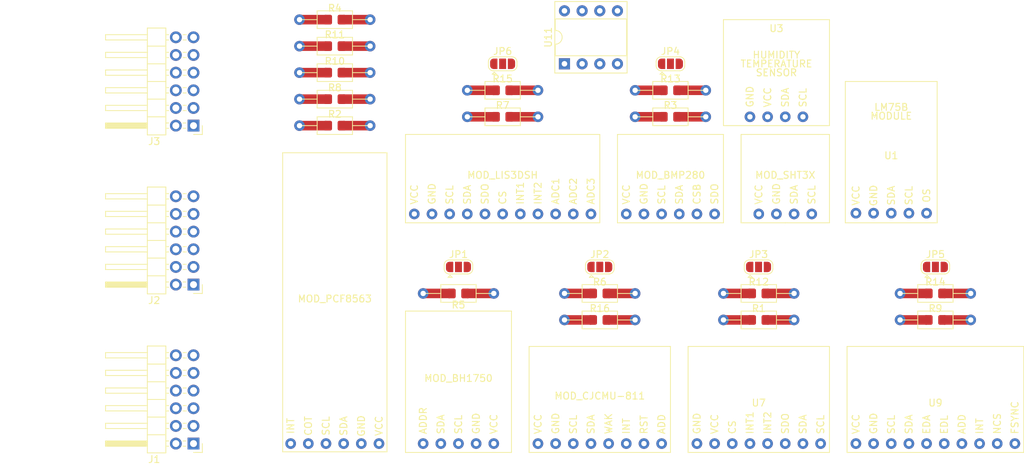
<source format=kicad_pcb>
(kicad_pcb (version 20171130) (host pcbnew 5.1.10)

  (general
    (thickness 1.6)
    (drawings 1)
    (tracks 0)
    (zones 0)
    (modules 36)
    (nets 64)
  )

  (page A4)
  (layers
    (0 F.Cu signal)
    (31 B.Cu signal)
    (32 B.Adhes user)
    (33 F.Adhes user)
    (34 B.Paste user)
    (35 F.Paste user)
    (36 B.SilkS user)
    (37 F.SilkS user)
    (38 B.Mask user)
    (39 F.Mask user)
    (40 Dwgs.User user)
    (41 Cmts.User user)
    (42 Eco1.User user)
    (43 Eco2.User user)
    (44 Edge.Cuts user)
    (45 Margin user)
    (46 B.CrtYd user)
    (47 F.CrtYd user)
    (48 B.Fab user)
    (49 F.Fab user)
  )

  (setup
    (last_trace_width 0.25)
    (trace_clearance 0.2)
    (zone_clearance 0.508)
    (zone_45_only no)
    (trace_min 0.2)
    (via_size 0.8)
    (via_drill 0.4)
    (via_min_size 0.4)
    (via_min_drill 0.3)
    (uvia_size 0.3)
    (uvia_drill 0.1)
    (uvias_allowed no)
    (uvia_min_size 0.2)
    (uvia_min_drill 0.1)
    (edge_width 0.05)
    (segment_width 0.2)
    (pcb_text_width 0.3)
    (pcb_text_size 1.5 1.5)
    (mod_edge_width 0.12)
    (mod_text_size 1 1)
    (mod_text_width 0.15)
    (pad_size 1.524 1.524)
    (pad_drill 0.762)
    (pad_to_mask_clearance 0)
    (aux_axis_origin 0 0)
    (visible_elements FFFFFF7F)
    (pcbplotparams
      (layerselection 0x010fc_ffffffff)
      (usegerberextensions false)
      (usegerberattributes true)
      (usegerberadvancedattributes true)
      (creategerberjobfile true)
      (excludeedgelayer true)
      (linewidth 0.100000)
      (plotframeref false)
      (viasonmask false)
      (mode 1)
      (useauxorigin false)
      (hpglpennumber 1)
      (hpglpenspeed 20)
      (hpglpendiameter 15.000000)
      (psnegative false)
      (psa4output false)
      (plotreference true)
      (plotvalue true)
      (plotinvisibletext false)
      (padsonsilk false)
      (subtractmaskfromsilk false)
      (outputformat 1)
      (mirror false)
      (drillshape 1)
      (scaleselection 1)
      (outputdirectory ""))
  )

  (net 0 "")
  (net 1 SCL)
  (net 2 SDA)
  (net 3 GND)
  (net 4 VCC)
  (net 5 "Net-(U9-Pad10)")
  (net 6 "Net-(U9-Pad6)")
  (net 7 "Net-(U9-Pad5)")
  (net 8 "Net-(U10-Pad11)")
  (net 9 "Net-(U10-Pad10)")
  (net 10 "Net-(U10-Pad9)")
  (net 11 "Net-(J1-Pad12)")
  (net 12 "Net-(J1-Pad11)")
  (net 13 "Net-(J1-Pad10)")
  (net 14 "Net-(J1-Pad9)")
  (net 15 "Net-(J1-Pad8)")
  (net 16 "Net-(J1-Pad6)")
  (net 17 "Net-(J2-Pad12)")
  (net 18 "Net-(J2-Pad11)")
  (net 19 "Net-(J2-Pad10)")
  (net 20 "Net-(J2-Pad9)")
  (net 21 "Net-(J2-Pad8)")
  (net 22 "Net-(J2-Pad7)")
  (net 23 "Net-(J2-Pad6)")
  (net 24 "Net-(J2-Pad5)")
  (net 25 "Net-(J3-Pad12)")
  (net 26 "Net-(J3-Pad11)")
  (net 27 "Net-(J3-Pad10)")
  (net 28 "Net-(J3-Pad9)")
  (net 29 "Net-(J3-Pad8)")
  (net 30 "Net-(J3-Pad7)")
  (net 31 "Net-(J3-Pad6)")
  (net 32 "Net-(J3-Pad5)")
  (net 33 "Net-(U11-Pad7)")
  (net 34 "Net-(U11-Pad3)")
  (net 35 "Net-(U11-Pad2)")
  (net 36 "Net-(U11-Pad1)")
  (net 37 "Net-(JP1-Pad2)")
  (net 38 "Net-(JP2-Pad2)")
  (net 39 "Net-(JP3-Pad2)")
  (net 40 "Net-(JP4-Pad2)")
  (net 41 "Net-(JP5-Pad2)")
  (net 42 "Net-(JP6-Pad2)")
  (net 43 ADXL_I2C)
  (net 44 PCF8563_CLKOUT)
  (net 45 BMP_I2C)
  (net 46 PCF8563_~INT)
  (net 47 BH1750_ADDR)
  (net 48 CSS811_ADDR)
  (net 49 LIS3D_I2C)
  (net 50 LM75B_OS)
  (net 51 MPU_I2C)
  (net 52 CCS811_~RESET)
  (net 53 CSS811_INT)
  (net 54 ADXL_ADDR)
  (net 55 BMP_ADDR)
  (net 56 MPU_ADDR)
  (net 57 LIS3D_ADDR)
  (net 58 CCS811_~WAKE)
  (net 59 ADXL_INT2)
  (net 60 ADXL_INT1)
  (net 61 MPU_INT)
  (net 62 LIS3D_INT2)
  (net 63 LIS3D_INT1)

  (net_class Default "This is the default net class."
    (clearance 0.2)
    (trace_width 0.25)
    (via_dia 0.8)
    (via_drill 0.4)
    (uvia_dia 0.3)
    (uvia_drill 0.1)
    (add_net ADXL_ADDR)
    (add_net ADXL_I2C)
    (add_net ADXL_INT1)
    (add_net ADXL_INT2)
    (add_net BH1750_ADDR)
    (add_net BMP_ADDR)
    (add_net BMP_I2C)
    (add_net CCS811_~RESET)
    (add_net CCS811_~WAKE)
    (add_net CSS811_ADDR)
    (add_net CSS811_INT)
    (add_net GND)
    (add_net LIS3D_ADDR)
    (add_net LIS3D_I2C)
    (add_net LIS3D_INT1)
    (add_net LIS3D_INT2)
    (add_net LM75B_OS)
    (add_net MPU_ADDR)
    (add_net MPU_I2C)
    (add_net MPU_INT)
    (add_net "Net-(J1-Pad10)")
    (add_net "Net-(J1-Pad11)")
    (add_net "Net-(J1-Pad12)")
    (add_net "Net-(J1-Pad6)")
    (add_net "Net-(J1-Pad8)")
    (add_net "Net-(J1-Pad9)")
    (add_net "Net-(J2-Pad10)")
    (add_net "Net-(J2-Pad11)")
    (add_net "Net-(J2-Pad12)")
    (add_net "Net-(J2-Pad5)")
    (add_net "Net-(J2-Pad6)")
    (add_net "Net-(J2-Pad7)")
    (add_net "Net-(J2-Pad8)")
    (add_net "Net-(J2-Pad9)")
    (add_net "Net-(J3-Pad10)")
    (add_net "Net-(J3-Pad11)")
    (add_net "Net-(J3-Pad12)")
    (add_net "Net-(J3-Pad5)")
    (add_net "Net-(J3-Pad6)")
    (add_net "Net-(J3-Pad7)")
    (add_net "Net-(J3-Pad8)")
    (add_net "Net-(J3-Pad9)")
    (add_net "Net-(JP1-Pad2)")
    (add_net "Net-(JP2-Pad2)")
    (add_net "Net-(JP3-Pad2)")
    (add_net "Net-(JP4-Pad2)")
    (add_net "Net-(JP5-Pad2)")
    (add_net "Net-(JP6-Pad2)")
    (add_net "Net-(U10-Pad10)")
    (add_net "Net-(U10-Pad11)")
    (add_net "Net-(U10-Pad9)")
    (add_net "Net-(U11-Pad1)")
    (add_net "Net-(U11-Pad2)")
    (add_net "Net-(U11-Pad3)")
    (add_net "Net-(U11-Pad7)")
    (add_net "Net-(U9-Pad10)")
    (add_net "Net-(U9-Pad5)")
    (add_net "Net-(U9-Pad6)")
    (add_net PCF8563_CLKOUT)
    (add_net PCF8563_~INT)
    (add_net SCL)
    (add_net SDA)
    (add_net VCC)
  )

  (module AvS_Combine_THT_SMD:R_SMD0805_THT4E (layer F.Cu) (tedit 61599DBB) (tstamp 61CA5E43)
    (at 134.62 101.6)
    (descr "Resistor SMD 0805 (2012 Metric), square (rectangular) end terminal, IPC_7351 nominal with elongated pad for handsoldering. (Body size source: IPC-SM-782 page 72, https://www.pcb-3d.com/wordpress/wp-content/uploads/ipc-sm-782a_amendment_1_and_2.pdf), generated with kicad-footprint-generator")
    (tags "resistor handsolder")
    (path /61CD5FE1/61D013A5)
    (attr smd)
    (fp_text reference R16 (at 0 -1.65) (layer F.SilkS)
      (effects (font (size 1 1) (thickness 0.15)))
    )
    (fp_text value R_Small (at 0 1.65) (layer F.Fab)
      (effects (font (size 1 1) (thickness 0.15)))
    )
    (fp_poly (pts (xy 5.08 0.635) (xy 1.27 0.635) (xy 1.27 -0.635) (xy 5.08 -0.635)) (layer F.Cu) (width 0.1))
    (fp_poly (pts (xy -1.27 0.635) (xy -5.08 0.635) (xy -5.08 -0.635) (xy -1.27 -0.635)) (layer F.Cu) (width 0.1))
    (fp_line (start 2.54 0) (end 5.08 0) (layer F.SilkS) (width 0.12))
    (fp_line (start -2.54 1.27) (end -2.54 0) (layer F.SilkS) (width 0.12))
    (fp_line (start 2.54 1.27) (end -2.54 1.27) (layer F.SilkS) (width 0.12))
    (fp_line (start 2.54 -1.27) (end 2.54 1.27) (layer F.SilkS) (width 0.12))
    (fp_line (start -2.54 -1.27) (end 2.54 -1.27) (layer F.SilkS) (width 0.12))
    (fp_line (start -2.54 0) (end -2.54 -1.27) (layer F.SilkS) (width 0.12))
    (fp_line (start -5.08 0) (end -2.54 0) (layer F.SilkS) (width 0.12))
    (fp_line (start -1 0.625) (end -1 -0.625) (layer F.Fab) (width 0.1))
    (fp_line (start -1 -0.625) (end 1 -0.625) (layer F.Fab) (width 0.1))
    (fp_line (start 1 -0.625) (end 1 0.625) (layer F.Fab) (width 0.1))
    (fp_line (start 1 0.625) (end -1 0.625) (layer F.Fab) (width 0.1))
    (pad 2 thru_hole circle (at 5.08 0) (size 1.524 1.524) (drill 0.762) (layers *.Cu *.Mask)
      (net 58 CCS811_~WAKE))
    (pad 1 thru_hole circle (at -5.08 0) (size 1.524 1.524) (drill 0.762) (layers *.Cu *.Mask)
      (net 3 GND))
    (pad 2 smd roundrect (at 1 0) (size 1.2 1.4) (layers F.Cu F.Paste F.Mask) (roundrect_rratio 0.208333)
      (net 58 CCS811_~WAKE))
    (pad 1 smd roundrect (at -1 0) (size 1.2 1.4) (layers F.Cu F.Paste F.Mask) (roundrect_rratio 0.208333)
      (net 3 GND))
    (model ${KISYS3DMOD}/Resistor_SMD.3dshapes/R_0805_2012Metric.wrl
      (at (xyz 0 0 0))
      (scale (xyz 1 1 1))
      (rotate (xyz 0 0 0))
    )
  )

  (module AvS_Combine_THT_SMD:R_SMD0805_THT4E (layer F.Cu) (tedit 61599DBB) (tstamp 61CA5E2E)
    (at 120.65 68.58)
    (descr "Resistor SMD 0805 (2012 Metric), square (rectangular) end terminal, IPC_7351 nominal with elongated pad for handsoldering. (Body size source: IPC-SM-782 page 72, https://www.pcb-3d.com/wordpress/wp-content/uploads/ipc-sm-782a_amendment_1_and_2.pdf), generated with kicad-footprint-generator")
    (tags "resistor handsolder")
    (path /61CD5FE1/61D3F994)
    (attr smd)
    (fp_text reference R15 (at 0 -1.65) (layer F.SilkS)
      (effects (font (size 1 1) (thickness 0.15)))
    )
    (fp_text value R_Small (at 0 1.65) (layer F.Fab)
      (effects (font (size 1 1) (thickness 0.15)))
    )
    (fp_poly (pts (xy 5.08 0.635) (xy 1.27 0.635) (xy 1.27 -0.635) (xy 5.08 -0.635)) (layer F.Cu) (width 0.1))
    (fp_poly (pts (xy -1.27 0.635) (xy -5.08 0.635) (xy -5.08 -0.635) (xy -1.27 -0.635)) (layer F.Cu) (width 0.1))
    (fp_line (start 2.54 0) (end 5.08 0) (layer F.SilkS) (width 0.12))
    (fp_line (start -2.54 1.27) (end -2.54 0) (layer F.SilkS) (width 0.12))
    (fp_line (start 2.54 1.27) (end -2.54 1.27) (layer F.SilkS) (width 0.12))
    (fp_line (start 2.54 -1.27) (end 2.54 1.27) (layer F.SilkS) (width 0.12))
    (fp_line (start -2.54 -1.27) (end 2.54 -1.27) (layer F.SilkS) (width 0.12))
    (fp_line (start -2.54 0) (end -2.54 -1.27) (layer F.SilkS) (width 0.12))
    (fp_line (start -5.08 0) (end -2.54 0) (layer F.SilkS) (width 0.12))
    (fp_line (start -1 0.625) (end -1 -0.625) (layer F.Fab) (width 0.1))
    (fp_line (start -1 -0.625) (end 1 -0.625) (layer F.Fab) (width 0.1))
    (fp_line (start 1 -0.625) (end 1 0.625) (layer F.Fab) (width 0.1))
    (fp_line (start 1 0.625) (end -1 0.625) (layer F.Fab) (width 0.1))
    (pad 2 thru_hole circle (at 5.08 0) (size 1.524 1.524) (drill 0.762) (layers *.Cu *.Mask)
      (net 57 LIS3D_ADDR))
    (pad 1 thru_hole circle (at -5.08 0) (size 1.524 1.524) (drill 0.762) (layers *.Cu *.Mask)
      (net 42 "Net-(JP6-Pad2)"))
    (pad 2 smd roundrect (at 1 0) (size 1.2 1.4) (layers F.Cu F.Paste F.Mask) (roundrect_rratio 0.208333)
      (net 57 LIS3D_ADDR))
    (pad 1 smd roundrect (at -1 0) (size 1.2 1.4) (layers F.Cu F.Paste F.Mask) (roundrect_rratio 0.208333)
      (net 42 "Net-(JP6-Pad2)"))
    (model ${KISYS3DMOD}/Resistor_SMD.3dshapes/R_0805_2012Metric.wrl
      (at (xyz 0 0 0))
      (scale (xyz 1 1 1))
      (rotate (xyz 0 0 0))
    )
  )

  (module AvS_Combine_THT_SMD:R_SMD0805_THT4E (layer F.Cu) (tedit 61599DBB) (tstamp 61CA5E19)
    (at 182.88 97.79)
    (descr "Resistor SMD 0805 (2012 Metric), square (rectangular) end terminal, IPC_7351 nominal with elongated pad for handsoldering. (Body size source: IPC-SM-782 page 72, https://www.pcb-3d.com/wordpress/wp-content/uploads/ipc-sm-782a_amendment_1_and_2.pdf), generated with kicad-footprint-generator")
    (tags "resistor handsolder")
    (path /61CD5FE1/61D3F97E)
    (attr smd)
    (fp_text reference R14 (at 0 -1.65) (layer F.SilkS)
      (effects (font (size 1 1) (thickness 0.15)))
    )
    (fp_text value R_Small (at 0 1.65) (layer F.Fab)
      (effects (font (size 1 1) (thickness 0.15)))
    )
    (fp_poly (pts (xy 5.08 0.635) (xy 1.27 0.635) (xy 1.27 -0.635) (xy 5.08 -0.635)) (layer F.Cu) (width 0.1))
    (fp_poly (pts (xy -1.27 0.635) (xy -5.08 0.635) (xy -5.08 -0.635) (xy -1.27 -0.635)) (layer F.Cu) (width 0.1))
    (fp_line (start 2.54 0) (end 5.08 0) (layer F.SilkS) (width 0.12))
    (fp_line (start -2.54 1.27) (end -2.54 0) (layer F.SilkS) (width 0.12))
    (fp_line (start 2.54 1.27) (end -2.54 1.27) (layer F.SilkS) (width 0.12))
    (fp_line (start 2.54 -1.27) (end 2.54 1.27) (layer F.SilkS) (width 0.12))
    (fp_line (start -2.54 -1.27) (end 2.54 -1.27) (layer F.SilkS) (width 0.12))
    (fp_line (start -2.54 0) (end -2.54 -1.27) (layer F.SilkS) (width 0.12))
    (fp_line (start -5.08 0) (end -2.54 0) (layer F.SilkS) (width 0.12))
    (fp_line (start -1 0.625) (end -1 -0.625) (layer F.Fab) (width 0.1))
    (fp_line (start -1 -0.625) (end 1 -0.625) (layer F.Fab) (width 0.1))
    (fp_line (start 1 -0.625) (end 1 0.625) (layer F.Fab) (width 0.1))
    (fp_line (start 1 0.625) (end -1 0.625) (layer F.Fab) (width 0.1))
    (pad 2 thru_hole circle (at 5.08 0) (size 1.524 1.524) (drill 0.762) (layers *.Cu *.Mask)
      (net 56 MPU_ADDR))
    (pad 1 thru_hole circle (at -5.08 0) (size 1.524 1.524) (drill 0.762) (layers *.Cu *.Mask)
      (net 41 "Net-(JP5-Pad2)"))
    (pad 2 smd roundrect (at 1 0) (size 1.2 1.4) (layers F.Cu F.Paste F.Mask) (roundrect_rratio 0.208333)
      (net 56 MPU_ADDR))
    (pad 1 smd roundrect (at -1 0) (size 1.2 1.4) (layers F.Cu F.Paste F.Mask) (roundrect_rratio 0.208333)
      (net 41 "Net-(JP5-Pad2)"))
    (model ${KISYS3DMOD}/Resistor_SMD.3dshapes/R_0805_2012Metric.wrl
      (at (xyz 0 0 0))
      (scale (xyz 1 1 1))
      (rotate (xyz 0 0 0))
    )
  )

  (module AvS_Combine_THT_SMD:R_SMD0805_THT4E (layer F.Cu) (tedit 61599DBB) (tstamp 61CA5E04)
    (at 144.78 68.58)
    (descr "Resistor SMD 0805 (2012 Metric), square (rectangular) end terminal, IPC_7351 nominal with elongated pad for handsoldering. (Body size source: IPC-SM-782 page 72, https://www.pcb-3d.com/wordpress/wp-content/uploads/ipc-sm-782a_amendment_1_and_2.pdf), generated with kicad-footprint-generator")
    (tags "resistor handsolder")
    (path /61CD5FE1/61D23925)
    (attr smd)
    (fp_text reference R13 (at 0 -1.65) (layer F.SilkS)
      (effects (font (size 1 1) (thickness 0.15)))
    )
    (fp_text value R_Small (at 0 1.65) (layer F.Fab)
      (effects (font (size 1 1) (thickness 0.15)))
    )
    (fp_poly (pts (xy 5.08 0.635) (xy 1.27 0.635) (xy 1.27 -0.635) (xy 5.08 -0.635)) (layer F.Cu) (width 0.1))
    (fp_poly (pts (xy -1.27 0.635) (xy -5.08 0.635) (xy -5.08 -0.635) (xy -1.27 -0.635)) (layer F.Cu) (width 0.1))
    (fp_line (start 2.54 0) (end 5.08 0) (layer F.SilkS) (width 0.12))
    (fp_line (start -2.54 1.27) (end -2.54 0) (layer F.SilkS) (width 0.12))
    (fp_line (start 2.54 1.27) (end -2.54 1.27) (layer F.SilkS) (width 0.12))
    (fp_line (start 2.54 -1.27) (end 2.54 1.27) (layer F.SilkS) (width 0.12))
    (fp_line (start -2.54 -1.27) (end 2.54 -1.27) (layer F.SilkS) (width 0.12))
    (fp_line (start -2.54 0) (end -2.54 -1.27) (layer F.SilkS) (width 0.12))
    (fp_line (start -5.08 0) (end -2.54 0) (layer F.SilkS) (width 0.12))
    (fp_line (start -1 0.625) (end -1 -0.625) (layer F.Fab) (width 0.1))
    (fp_line (start -1 -0.625) (end 1 -0.625) (layer F.Fab) (width 0.1))
    (fp_line (start 1 -0.625) (end 1 0.625) (layer F.Fab) (width 0.1))
    (fp_line (start 1 0.625) (end -1 0.625) (layer F.Fab) (width 0.1))
    (pad 2 thru_hole circle (at 5.08 0) (size 1.524 1.524) (drill 0.762) (layers *.Cu *.Mask)
      (net 55 BMP_ADDR))
    (pad 1 thru_hole circle (at -5.08 0) (size 1.524 1.524) (drill 0.762) (layers *.Cu *.Mask)
      (net 40 "Net-(JP4-Pad2)"))
    (pad 2 smd roundrect (at 1 0) (size 1.2 1.4) (layers F.Cu F.Paste F.Mask) (roundrect_rratio 0.208333)
      (net 55 BMP_ADDR))
    (pad 1 smd roundrect (at -1 0) (size 1.2 1.4) (layers F.Cu F.Paste F.Mask) (roundrect_rratio 0.208333)
      (net 40 "Net-(JP4-Pad2)"))
    (model ${KISYS3DMOD}/Resistor_SMD.3dshapes/R_0805_2012Metric.wrl
      (at (xyz 0 0 0))
      (scale (xyz 1 1 1))
      (rotate (xyz 0 0 0))
    )
  )

  (module AvS_Combine_THT_SMD:R_SMD0805_THT4E (layer F.Cu) (tedit 61599DBB) (tstamp 61CA5DEF)
    (at 157.48 97.79)
    (descr "Resistor SMD 0805 (2012 Metric), square (rectangular) end terminal, IPC_7351 nominal with elongated pad for handsoldering. (Body size source: IPC-SM-782 page 72, https://www.pcb-3d.com/wordpress/wp-content/uploads/ipc-sm-782a_amendment_1_and_2.pdf), generated with kicad-footprint-generator")
    (tags "resistor handsolder")
    (path /61CD5FE1/61D17392)
    (attr smd)
    (fp_text reference R12 (at 0 -1.65) (layer F.SilkS)
      (effects (font (size 1 1) (thickness 0.15)))
    )
    (fp_text value R_Small (at 0 1.65) (layer F.Fab)
      (effects (font (size 1 1) (thickness 0.15)))
    )
    (fp_poly (pts (xy 5.08 0.635) (xy 1.27 0.635) (xy 1.27 -0.635) (xy 5.08 -0.635)) (layer F.Cu) (width 0.1))
    (fp_poly (pts (xy -1.27 0.635) (xy -5.08 0.635) (xy -5.08 -0.635) (xy -1.27 -0.635)) (layer F.Cu) (width 0.1))
    (fp_line (start 2.54 0) (end 5.08 0) (layer F.SilkS) (width 0.12))
    (fp_line (start -2.54 1.27) (end -2.54 0) (layer F.SilkS) (width 0.12))
    (fp_line (start 2.54 1.27) (end -2.54 1.27) (layer F.SilkS) (width 0.12))
    (fp_line (start 2.54 -1.27) (end 2.54 1.27) (layer F.SilkS) (width 0.12))
    (fp_line (start -2.54 -1.27) (end 2.54 -1.27) (layer F.SilkS) (width 0.12))
    (fp_line (start -2.54 0) (end -2.54 -1.27) (layer F.SilkS) (width 0.12))
    (fp_line (start -5.08 0) (end -2.54 0) (layer F.SilkS) (width 0.12))
    (fp_line (start -1 0.625) (end -1 -0.625) (layer F.Fab) (width 0.1))
    (fp_line (start -1 -0.625) (end 1 -0.625) (layer F.Fab) (width 0.1))
    (fp_line (start 1 -0.625) (end 1 0.625) (layer F.Fab) (width 0.1))
    (fp_line (start 1 0.625) (end -1 0.625) (layer F.Fab) (width 0.1))
    (pad 2 thru_hole circle (at 5.08 0) (size 1.524 1.524) (drill 0.762) (layers *.Cu *.Mask)
      (net 54 ADXL_ADDR))
    (pad 1 thru_hole circle (at -5.08 0) (size 1.524 1.524) (drill 0.762) (layers *.Cu *.Mask)
      (net 39 "Net-(JP3-Pad2)"))
    (pad 2 smd roundrect (at 1 0) (size 1.2 1.4) (layers F.Cu F.Paste F.Mask) (roundrect_rratio 0.208333)
      (net 54 ADXL_ADDR))
    (pad 1 smd roundrect (at -1 0) (size 1.2 1.4) (layers F.Cu F.Paste F.Mask) (roundrect_rratio 0.208333)
      (net 39 "Net-(JP3-Pad2)"))
    (model ${KISYS3DMOD}/Resistor_SMD.3dshapes/R_0805_2012Metric.wrl
      (at (xyz 0 0 0))
      (scale (xyz 1 1 1))
      (rotate (xyz 0 0 0))
    )
  )

  (module AvS_Combine_THT_SMD:R_SMD0805_THT4E (layer F.Cu) (tedit 61599DBB) (tstamp 61CA5DDA)
    (at 96.52 62.23)
    (descr "Resistor SMD 0805 (2012 Metric), square (rectangular) end terminal, IPC_7351 nominal with elongated pad for handsoldering. (Body size source: IPC-SM-782 page 72, https://www.pcb-3d.com/wordpress/wp-content/uploads/ipc-sm-782a_amendment_1_and_2.pdf), generated with kicad-footprint-generator")
    (tags "resistor handsolder")
    (path /61CD5FE1/61CF57BC)
    (attr smd)
    (fp_text reference R11 (at 0 -1.65) (layer F.SilkS)
      (effects (font (size 1 1) (thickness 0.15)))
    )
    (fp_text value R_Small (at 0 1.65) (layer F.Fab)
      (effects (font (size 1 1) (thickness 0.15)))
    )
    (fp_poly (pts (xy 5.08 0.635) (xy 1.27 0.635) (xy 1.27 -0.635) (xy 5.08 -0.635)) (layer F.Cu) (width 0.1))
    (fp_poly (pts (xy -1.27 0.635) (xy -5.08 0.635) (xy -5.08 -0.635) (xy -1.27 -0.635)) (layer F.Cu) (width 0.1))
    (fp_line (start 2.54 0) (end 5.08 0) (layer F.SilkS) (width 0.12))
    (fp_line (start -2.54 1.27) (end -2.54 0) (layer F.SilkS) (width 0.12))
    (fp_line (start 2.54 1.27) (end -2.54 1.27) (layer F.SilkS) (width 0.12))
    (fp_line (start 2.54 -1.27) (end 2.54 1.27) (layer F.SilkS) (width 0.12))
    (fp_line (start -2.54 -1.27) (end 2.54 -1.27) (layer F.SilkS) (width 0.12))
    (fp_line (start -2.54 0) (end -2.54 -1.27) (layer F.SilkS) (width 0.12))
    (fp_line (start -5.08 0) (end -2.54 0) (layer F.SilkS) (width 0.12))
    (fp_line (start -1 0.625) (end -1 -0.625) (layer F.Fab) (width 0.1))
    (fp_line (start -1 -0.625) (end 1 -0.625) (layer F.Fab) (width 0.1))
    (fp_line (start 1 -0.625) (end 1 0.625) (layer F.Fab) (width 0.1))
    (fp_line (start 1 0.625) (end -1 0.625) (layer F.Fab) (width 0.1))
    (pad 2 thru_hole circle (at 5.08 0) (size 1.524 1.524) (drill 0.762) (layers *.Cu *.Mask)
      (net 53 CSS811_INT))
    (pad 1 thru_hole circle (at -5.08 0) (size 1.524 1.524) (drill 0.762) (layers *.Cu *.Mask)
      (net 4 VCC))
    (pad 2 smd roundrect (at 1 0) (size 1.2 1.4) (layers F.Cu F.Paste F.Mask) (roundrect_rratio 0.208333)
      (net 53 CSS811_INT))
    (pad 1 smd roundrect (at -1 0) (size 1.2 1.4) (layers F.Cu F.Paste F.Mask) (roundrect_rratio 0.208333)
      (net 4 VCC))
    (model ${KISYS3DMOD}/Resistor_SMD.3dshapes/R_0805_2012Metric.wrl
      (at (xyz 0 0 0))
      (scale (xyz 1 1 1))
      (rotate (xyz 0 0 0))
    )
  )

  (module AvS_Combine_THT_SMD:R_SMD0805_THT4E (layer F.Cu) (tedit 61599DBB) (tstamp 61CA5DC5)
    (at 96.52 66.04)
    (descr "Resistor SMD 0805 (2012 Metric), square (rectangular) end terminal, IPC_7351 nominal with elongated pad for handsoldering. (Body size source: IPC-SM-782 page 72, https://www.pcb-3d.com/wordpress/wp-content/uploads/ipc-sm-782a_amendment_1_and_2.pdf), generated with kicad-footprint-generator")
    (tags "resistor handsolder")
    (path /61CD5FE1/61CF571A)
    (attr smd)
    (fp_text reference R10 (at 0 -1.65) (layer F.SilkS)
      (effects (font (size 1 1) (thickness 0.15)))
    )
    (fp_text value R_Small (at 0 1.65) (layer F.Fab)
      (effects (font (size 1 1) (thickness 0.15)))
    )
    (fp_poly (pts (xy 5.08 0.635) (xy 1.27 0.635) (xy 1.27 -0.635) (xy 5.08 -0.635)) (layer F.Cu) (width 0.1))
    (fp_poly (pts (xy -1.27 0.635) (xy -5.08 0.635) (xy -5.08 -0.635) (xy -1.27 -0.635)) (layer F.Cu) (width 0.1))
    (fp_line (start 2.54 0) (end 5.08 0) (layer F.SilkS) (width 0.12))
    (fp_line (start -2.54 1.27) (end -2.54 0) (layer F.SilkS) (width 0.12))
    (fp_line (start 2.54 1.27) (end -2.54 1.27) (layer F.SilkS) (width 0.12))
    (fp_line (start 2.54 -1.27) (end 2.54 1.27) (layer F.SilkS) (width 0.12))
    (fp_line (start -2.54 -1.27) (end 2.54 -1.27) (layer F.SilkS) (width 0.12))
    (fp_line (start -2.54 0) (end -2.54 -1.27) (layer F.SilkS) (width 0.12))
    (fp_line (start -5.08 0) (end -2.54 0) (layer F.SilkS) (width 0.12))
    (fp_line (start -1 0.625) (end -1 -0.625) (layer F.Fab) (width 0.1))
    (fp_line (start -1 -0.625) (end 1 -0.625) (layer F.Fab) (width 0.1))
    (fp_line (start 1 -0.625) (end 1 0.625) (layer F.Fab) (width 0.1))
    (fp_line (start 1 0.625) (end -1 0.625) (layer F.Fab) (width 0.1))
    (pad 2 thru_hole circle (at 5.08 0) (size 1.524 1.524) (drill 0.762) (layers *.Cu *.Mask)
      (net 52 CCS811_~RESET))
    (pad 1 thru_hole circle (at -5.08 0) (size 1.524 1.524) (drill 0.762) (layers *.Cu *.Mask)
      (net 4 VCC))
    (pad 2 smd roundrect (at 1 0) (size 1.2 1.4) (layers F.Cu F.Paste F.Mask) (roundrect_rratio 0.208333)
      (net 52 CCS811_~RESET))
    (pad 1 smd roundrect (at -1 0) (size 1.2 1.4) (layers F.Cu F.Paste F.Mask) (roundrect_rratio 0.208333)
      (net 4 VCC))
    (model ${KISYS3DMOD}/Resistor_SMD.3dshapes/R_0805_2012Metric.wrl
      (at (xyz 0 0 0))
      (scale (xyz 1 1 1))
      (rotate (xyz 0 0 0))
    )
  )

  (module AvS_Combine_THT_SMD:R_SMD0805_THT4E (layer F.Cu) (tedit 61599DBB) (tstamp 61CA5DB0)
    (at 182.88 101.6)
    (descr "Resistor SMD 0805 (2012 Metric), square (rectangular) end terminal, IPC_7351 nominal with elongated pad for handsoldering. (Body size source: IPC-SM-782 page 72, https://www.pcb-3d.com/wordpress/wp-content/uploads/ipc-sm-782a_amendment_1_and_2.pdf), generated with kicad-footprint-generator")
    (tags "resistor handsolder")
    (path /61CD5FE1/61D338B9)
    (attr smd)
    (fp_text reference R9 (at 0 -1.65) (layer F.SilkS)
      (effects (font (size 1 1) (thickness 0.15)))
    )
    (fp_text value R_Small (at 0 1.65) (layer F.Fab)
      (effects (font (size 1 1) (thickness 0.15)))
    )
    (fp_poly (pts (xy 5.08 0.635) (xy 1.27 0.635) (xy 1.27 -0.635) (xy 5.08 -0.635)) (layer F.Cu) (width 0.1))
    (fp_poly (pts (xy -1.27 0.635) (xy -5.08 0.635) (xy -5.08 -0.635) (xy -1.27 -0.635)) (layer F.Cu) (width 0.1))
    (fp_line (start 2.54 0) (end 5.08 0) (layer F.SilkS) (width 0.12))
    (fp_line (start -2.54 1.27) (end -2.54 0) (layer F.SilkS) (width 0.12))
    (fp_line (start 2.54 1.27) (end -2.54 1.27) (layer F.SilkS) (width 0.12))
    (fp_line (start 2.54 -1.27) (end 2.54 1.27) (layer F.SilkS) (width 0.12))
    (fp_line (start -2.54 -1.27) (end 2.54 -1.27) (layer F.SilkS) (width 0.12))
    (fp_line (start -2.54 0) (end -2.54 -1.27) (layer F.SilkS) (width 0.12))
    (fp_line (start -5.08 0) (end -2.54 0) (layer F.SilkS) (width 0.12))
    (fp_line (start -1 0.625) (end -1 -0.625) (layer F.Fab) (width 0.1))
    (fp_line (start -1 -0.625) (end 1 -0.625) (layer F.Fab) (width 0.1))
    (fp_line (start 1 -0.625) (end 1 0.625) (layer F.Fab) (width 0.1))
    (fp_line (start 1 0.625) (end -1 0.625) (layer F.Fab) (width 0.1))
    (pad 2 thru_hole circle (at 5.08 0) (size 1.524 1.524) (drill 0.762) (layers *.Cu *.Mask)
      (net 51 MPU_I2C))
    (pad 1 thru_hole circle (at -5.08 0) (size 1.524 1.524) (drill 0.762) (layers *.Cu *.Mask)
      (net 4 VCC))
    (pad 2 smd roundrect (at 1 0) (size 1.2 1.4) (layers F.Cu F.Paste F.Mask) (roundrect_rratio 0.208333)
      (net 51 MPU_I2C))
    (pad 1 smd roundrect (at -1 0) (size 1.2 1.4) (layers F.Cu F.Paste F.Mask) (roundrect_rratio 0.208333)
      (net 4 VCC))
    (model ${KISYS3DMOD}/Resistor_SMD.3dshapes/R_0805_2012Metric.wrl
      (at (xyz 0 0 0))
      (scale (xyz 1 1 1))
      (rotate (xyz 0 0 0))
    )
  )

  (module AvS_Combine_THT_SMD:R_SMD0805_THT4E (layer F.Cu) (tedit 61599DBB) (tstamp 61CA5D9B)
    (at 96.52 69.85)
    (descr "Resistor SMD 0805 (2012 Metric), square (rectangular) end terminal, IPC_7351 nominal with elongated pad for handsoldering. (Body size source: IPC-SM-782 page 72, https://www.pcb-3d.com/wordpress/wp-content/uploads/ipc-sm-782a_amendment_1_and_2.pdf), generated with kicad-footprint-generator")
    (tags "resistor handsolder")
    (path /61CD5FE1/61CDA35A)
    (attr smd)
    (fp_text reference R8 (at 0 -1.65) (layer F.SilkS)
      (effects (font (size 1 1) (thickness 0.15)))
    )
    (fp_text value R_Small (at 0 1.65) (layer F.Fab)
      (effects (font (size 1 1) (thickness 0.15)))
    )
    (fp_poly (pts (xy 5.08 0.635) (xy 1.27 0.635) (xy 1.27 -0.635) (xy 5.08 -0.635)) (layer F.Cu) (width 0.1))
    (fp_poly (pts (xy -1.27 0.635) (xy -5.08 0.635) (xy -5.08 -0.635) (xy -1.27 -0.635)) (layer F.Cu) (width 0.1))
    (fp_line (start 2.54 0) (end 5.08 0) (layer F.SilkS) (width 0.12))
    (fp_line (start -2.54 1.27) (end -2.54 0) (layer F.SilkS) (width 0.12))
    (fp_line (start 2.54 1.27) (end -2.54 1.27) (layer F.SilkS) (width 0.12))
    (fp_line (start 2.54 -1.27) (end 2.54 1.27) (layer F.SilkS) (width 0.12))
    (fp_line (start -2.54 -1.27) (end 2.54 -1.27) (layer F.SilkS) (width 0.12))
    (fp_line (start -2.54 0) (end -2.54 -1.27) (layer F.SilkS) (width 0.12))
    (fp_line (start -5.08 0) (end -2.54 0) (layer F.SilkS) (width 0.12))
    (fp_line (start -1 0.625) (end -1 -0.625) (layer F.Fab) (width 0.1))
    (fp_line (start -1 -0.625) (end 1 -0.625) (layer F.Fab) (width 0.1))
    (fp_line (start 1 -0.625) (end 1 0.625) (layer F.Fab) (width 0.1))
    (fp_line (start 1 0.625) (end -1 0.625) (layer F.Fab) (width 0.1))
    (pad 2 thru_hole circle (at 5.08 0) (size 1.524 1.524) (drill 0.762) (layers *.Cu *.Mask)
      (net 50 LM75B_OS))
    (pad 1 thru_hole circle (at -5.08 0) (size 1.524 1.524) (drill 0.762) (layers *.Cu *.Mask)
      (net 4 VCC))
    (pad 2 smd roundrect (at 1 0) (size 1.2 1.4) (layers F.Cu F.Paste F.Mask) (roundrect_rratio 0.208333)
      (net 50 LM75B_OS))
    (pad 1 smd roundrect (at -1 0) (size 1.2 1.4) (layers F.Cu F.Paste F.Mask) (roundrect_rratio 0.208333)
      (net 4 VCC))
    (model ${KISYS3DMOD}/Resistor_SMD.3dshapes/R_0805_2012Metric.wrl
      (at (xyz 0 0 0))
      (scale (xyz 1 1 1))
      (rotate (xyz 0 0 0))
    )
  )

  (module AvS_Combine_THT_SMD:R_SMD0805_THT4E (layer F.Cu) (tedit 61599DBB) (tstamp 61CA5D86)
    (at 120.65 72.39)
    (descr "Resistor SMD 0805 (2012 Metric), square (rectangular) end terminal, IPC_7351 nominal with elongated pad for handsoldering. (Body size source: IPC-SM-782 page 72, https://www.pcb-3d.com/wordpress/wp-content/uploads/ipc-sm-782a_amendment_1_and_2.pdf), generated with kicad-footprint-generator")
    (tags "resistor handsolder")
    (path /61CD5FE1/61D337B0)
    (attr smd)
    (fp_text reference R7 (at 0 -1.65) (layer F.SilkS)
      (effects (font (size 1 1) (thickness 0.15)))
    )
    (fp_text value R_Small (at 0 1.65) (layer F.Fab)
      (effects (font (size 1 1) (thickness 0.15)))
    )
    (fp_poly (pts (xy 5.08 0.635) (xy 1.27 0.635) (xy 1.27 -0.635) (xy 5.08 -0.635)) (layer F.Cu) (width 0.1))
    (fp_poly (pts (xy -1.27 0.635) (xy -5.08 0.635) (xy -5.08 -0.635) (xy -1.27 -0.635)) (layer F.Cu) (width 0.1))
    (fp_line (start 2.54 0) (end 5.08 0) (layer F.SilkS) (width 0.12))
    (fp_line (start -2.54 1.27) (end -2.54 0) (layer F.SilkS) (width 0.12))
    (fp_line (start 2.54 1.27) (end -2.54 1.27) (layer F.SilkS) (width 0.12))
    (fp_line (start 2.54 -1.27) (end 2.54 1.27) (layer F.SilkS) (width 0.12))
    (fp_line (start -2.54 -1.27) (end 2.54 -1.27) (layer F.SilkS) (width 0.12))
    (fp_line (start -2.54 0) (end -2.54 -1.27) (layer F.SilkS) (width 0.12))
    (fp_line (start -5.08 0) (end -2.54 0) (layer F.SilkS) (width 0.12))
    (fp_line (start -1 0.625) (end -1 -0.625) (layer F.Fab) (width 0.1))
    (fp_line (start -1 -0.625) (end 1 -0.625) (layer F.Fab) (width 0.1))
    (fp_line (start 1 -0.625) (end 1 0.625) (layer F.Fab) (width 0.1))
    (fp_line (start 1 0.625) (end -1 0.625) (layer F.Fab) (width 0.1))
    (pad 2 thru_hole circle (at 5.08 0) (size 1.524 1.524) (drill 0.762) (layers *.Cu *.Mask)
      (net 49 LIS3D_I2C))
    (pad 1 thru_hole circle (at -5.08 0) (size 1.524 1.524) (drill 0.762) (layers *.Cu *.Mask)
      (net 4 VCC))
    (pad 2 smd roundrect (at 1 0) (size 1.2 1.4) (layers F.Cu F.Paste F.Mask) (roundrect_rratio 0.208333)
      (net 49 LIS3D_I2C))
    (pad 1 smd roundrect (at -1 0) (size 1.2 1.4) (layers F.Cu F.Paste F.Mask) (roundrect_rratio 0.208333)
      (net 4 VCC))
    (model ${KISYS3DMOD}/Resistor_SMD.3dshapes/R_0805_2012Metric.wrl
      (at (xyz 0 0 0))
      (scale (xyz 1 1 1))
      (rotate (xyz 0 0 0))
    )
  )

  (module AvS_Combine_THT_SMD:R_SMD0805_THT4E (layer F.Cu) (tedit 61599DBB) (tstamp 61CA5D71)
    (at 134.62 97.79)
    (descr "Resistor SMD 0805 (2012 Metric), square (rectangular) end terminal, IPC_7351 nominal with elongated pad for handsoldering. (Body size source: IPC-SM-782 page 72, https://www.pcb-3d.com/wordpress/wp-content/uploads/ipc-sm-782a_amendment_1_and_2.pdf), generated with kicad-footprint-generator")
    (tags "resistor handsolder")
    (path /61CD5FE1/61CED98B)
    (attr smd)
    (fp_text reference R6 (at 0 -1.65) (layer F.SilkS)
      (effects (font (size 1 1) (thickness 0.15)))
    )
    (fp_text value R_Small (at 0 1.65) (layer F.Fab)
      (effects (font (size 1 1) (thickness 0.15)))
    )
    (fp_poly (pts (xy 5.08 0.635) (xy 1.27 0.635) (xy 1.27 -0.635) (xy 5.08 -0.635)) (layer F.Cu) (width 0.1))
    (fp_poly (pts (xy -1.27 0.635) (xy -5.08 0.635) (xy -5.08 -0.635) (xy -1.27 -0.635)) (layer F.Cu) (width 0.1))
    (fp_line (start 2.54 0) (end 5.08 0) (layer F.SilkS) (width 0.12))
    (fp_line (start -2.54 1.27) (end -2.54 0) (layer F.SilkS) (width 0.12))
    (fp_line (start 2.54 1.27) (end -2.54 1.27) (layer F.SilkS) (width 0.12))
    (fp_line (start 2.54 -1.27) (end 2.54 1.27) (layer F.SilkS) (width 0.12))
    (fp_line (start -2.54 -1.27) (end 2.54 -1.27) (layer F.SilkS) (width 0.12))
    (fp_line (start -2.54 0) (end -2.54 -1.27) (layer F.SilkS) (width 0.12))
    (fp_line (start -5.08 0) (end -2.54 0) (layer F.SilkS) (width 0.12))
    (fp_line (start -1 0.625) (end -1 -0.625) (layer F.Fab) (width 0.1))
    (fp_line (start -1 -0.625) (end 1 -0.625) (layer F.Fab) (width 0.1))
    (fp_line (start 1 -0.625) (end 1 0.625) (layer F.Fab) (width 0.1))
    (fp_line (start 1 0.625) (end -1 0.625) (layer F.Fab) (width 0.1))
    (pad 2 thru_hole circle (at 5.08 0) (size 1.524 1.524) (drill 0.762) (layers *.Cu *.Mask)
      (net 48 CSS811_ADDR))
    (pad 1 thru_hole circle (at -5.08 0) (size 1.524 1.524) (drill 0.762) (layers *.Cu *.Mask)
      (net 38 "Net-(JP2-Pad2)"))
    (pad 2 smd roundrect (at 1 0) (size 1.2 1.4) (layers F.Cu F.Paste F.Mask) (roundrect_rratio 0.208333)
      (net 48 CSS811_ADDR))
    (pad 1 smd roundrect (at -1 0) (size 1.2 1.4) (layers F.Cu F.Paste F.Mask) (roundrect_rratio 0.208333)
      (net 38 "Net-(JP2-Pad2)"))
    (model ${KISYS3DMOD}/Resistor_SMD.3dshapes/R_0805_2012Metric.wrl
      (at (xyz 0 0 0))
      (scale (xyz 1 1 1))
      (rotate (xyz 0 0 0))
    )
  )

  (module AvS_Combine_THT_SMD:R_SMD0805_THT4E (layer F.Cu) (tedit 61599DBB) (tstamp 61CA5D5C)
    (at 114.3 97.79 180)
    (descr "Resistor SMD 0805 (2012 Metric), square (rectangular) end terminal, IPC_7351 nominal with elongated pad for handsoldering. (Body size source: IPC-SM-782 page 72, https://www.pcb-3d.com/wordpress/wp-content/uploads/ipc-sm-782a_amendment_1_and_2.pdf), generated with kicad-footprint-generator")
    (tags "resistor handsolder")
    (path /61CD5FE1/61CE7F7D)
    (attr smd)
    (fp_text reference R5 (at 0 -1.65) (layer F.SilkS)
      (effects (font (size 1 1) (thickness 0.15)))
    )
    (fp_text value R_Small (at 0 1.65) (layer F.Fab)
      (effects (font (size 1 1) (thickness 0.15)))
    )
    (fp_poly (pts (xy 5.08 0.635) (xy 1.27 0.635) (xy 1.27 -0.635) (xy 5.08 -0.635)) (layer F.Cu) (width 0.1))
    (fp_poly (pts (xy -1.27 0.635) (xy -5.08 0.635) (xy -5.08 -0.635) (xy -1.27 -0.635)) (layer F.Cu) (width 0.1))
    (fp_line (start 2.54 0) (end 5.08 0) (layer F.SilkS) (width 0.12))
    (fp_line (start -2.54 1.27) (end -2.54 0) (layer F.SilkS) (width 0.12))
    (fp_line (start 2.54 1.27) (end -2.54 1.27) (layer F.SilkS) (width 0.12))
    (fp_line (start 2.54 -1.27) (end 2.54 1.27) (layer F.SilkS) (width 0.12))
    (fp_line (start -2.54 -1.27) (end 2.54 -1.27) (layer F.SilkS) (width 0.12))
    (fp_line (start -2.54 0) (end -2.54 -1.27) (layer F.SilkS) (width 0.12))
    (fp_line (start -5.08 0) (end -2.54 0) (layer F.SilkS) (width 0.12))
    (fp_line (start -1 0.625) (end -1 -0.625) (layer F.Fab) (width 0.1))
    (fp_line (start -1 -0.625) (end 1 -0.625) (layer F.Fab) (width 0.1))
    (fp_line (start 1 -0.625) (end 1 0.625) (layer F.Fab) (width 0.1))
    (fp_line (start 1 0.625) (end -1 0.625) (layer F.Fab) (width 0.1))
    (pad 2 thru_hole circle (at 5.08 0 180) (size 1.524 1.524) (drill 0.762) (layers *.Cu *.Mask)
      (net 47 BH1750_ADDR))
    (pad 1 thru_hole circle (at -5.08 0 180) (size 1.524 1.524) (drill 0.762) (layers *.Cu *.Mask)
      (net 37 "Net-(JP1-Pad2)"))
    (pad 2 smd roundrect (at 1 0 180) (size 1.2 1.4) (layers F.Cu F.Paste F.Mask) (roundrect_rratio 0.208333)
      (net 47 BH1750_ADDR))
    (pad 1 smd roundrect (at -1 0 180) (size 1.2 1.4) (layers F.Cu F.Paste F.Mask) (roundrect_rratio 0.208333)
      (net 37 "Net-(JP1-Pad2)"))
    (model ${KISYS3DMOD}/Resistor_SMD.3dshapes/R_0805_2012Metric.wrl
      (at (xyz 0 0 0))
      (scale (xyz 1 1 1))
      (rotate (xyz 0 0 0))
    )
  )

  (module AvS_Combine_THT_SMD:R_SMD0805_THT4E (layer F.Cu) (tedit 61599DBB) (tstamp 61CA5D47)
    (at 96.52 58.42)
    (descr "Resistor SMD 0805 (2012 Metric), square (rectangular) end terminal, IPC_7351 nominal with elongated pad for handsoldering. (Body size source: IPC-SM-782 page 72, https://www.pcb-3d.com/wordpress/wp-content/uploads/ipc-sm-782a_amendment_1_and_2.pdf), generated with kicad-footprint-generator")
    (tags "resistor handsolder")
    (path /61CD5FE1/61CD74E3)
    (attr smd)
    (fp_text reference R4 (at 0 -1.65) (layer F.SilkS)
      (effects (font (size 1 1) (thickness 0.15)))
    )
    (fp_text value R_Small (at 0 1.65) (layer F.Fab)
      (effects (font (size 1 1) (thickness 0.15)))
    )
    (fp_poly (pts (xy 5.08 0.635) (xy 1.27 0.635) (xy 1.27 -0.635) (xy 5.08 -0.635)) (layer F.Cu) (width 0.1))
    (fp_poly (pts (xy -1.27 0.635) (xy -5.08 0.635) (xy -5.08 -0.635) (xy -1.27 -0.635)) (layer F.Cu) (width 0.1))
    (fp_line (start 2.54 0) (end 5.08 0) (layer F.SilkS) (width 0.12))
    (fp_line (start -2.54 1.27) (end -2.54 0) (layer F.SilkS) (width 0.12))
    (fp_line (start 2.54 1.27) (end -2.54 1.27) (layer F.SilkS) (width 0.12))
    (fp_line (start 2.54 -1.27) (end 2.54 1.27) (layer F.SilkS) (width 0.12))
    (fp_line (start -2.54 -1.27) (end 2.54 -1.27) (layer F.SilkS) (width 0.12))
    (fp_line (start -2.54 0) (end -2.54 -1.27) (layer F.SilkS) (width 0.12))
    (fp_line (start -5.08 0) (end -2.54 0) (layer F.SilkS) (width 0.12))
    (fp_line (start -1 0.625) (end -1 -0.625) (layer F.Fab) (width 0.1))
    (fp_line (start -1 -0.625) (end 1 -0.625) (layer F.Fab) (width 0.1))
    (fp_line (start 1 -0.625) (end 1 0.625) (layer F.Fab) (width 0.1))
    (fp_line (start 1 0.625) (end -1 0.625) (layer F.Fab) (width 0.1))
    (pad 2 thru_hole circle (at 5.08 0) (size 1.524 1.524) (drill 0.762) (layers *.Cu *.Mask)
      (net 46 PCF8563_~INT))
    (pad 1 thru_hole circle (at -5.08 0) (size 1.524 1.524) (drill 0.762) (layers *.Cu *.Mask)
      (net 4 VCC))
    (pad 2 smd roundrect (at 1 0) (size 1.2 1.4) (layers F.Cu F.Paste F.Mask) (roundrect_rratio 0.208333)
      (net 46 PCF8563_~INT))
    (pad 1 smd roundrect (at -1 0) (size 1.2 1.4) (layers F.Cu F.Paste F.Mask) (roundrect_rratio 0.208333)
      (net 4 VCC))
    (model ${KISYS3DMOD}/Resistor_SMD.3dshapes/R_0805_2012Metric.wrl
      (at (xyz 0 0 0))
      (scale (xyz 1 1 1))
      (rotate (xyz 0 0 0))
    )
  )

  (module AvS_Combine_THT_SMD:R_SMD0805_THT4E (layer F.Cu) (tedit 61599DBB) (tstamp 61CA5D32)
    (at 144.78 72.39)
    (descr "Resistor SMD 0805 (2012 Metric), square (rectangular) end terminal, IPC_7351 nominal with elongated pad for handsoldering. (Body size source: IPC-SM-782 page 72, https://www.pcb-3d.com/wordpress/wp-content/uploads/ipc-sm-782a_amendment_1_and_2.pdf), generated with kicad-footprint-generator")
    (tags "resistor handsolder")
    (path /61CD5FE1/61D20665)
    (attr smd)
    (fp_text reference R3 (at 0 -1.65) (layer F.SilkS)
      (effects (font (size 1 1) (thickness 0.15)))
    )
    (fp_text value R_Small (at 0 1.65) (layer F.Fab)
      (effects (font (size 1 1) (thickness 0.15)))
    )
    (fp_poly (pts (xy 5.08 0.635) (xy 1.27 0.635) (xy 1.27 -0.635) (xy 5.08 -0.635)) (layer F.Cu) (width 0.1))
    (fp_poly (pts (xy -1.27 0.635) (xy -5.08 0.635) (xy -5.08 -0.635) (xy -1.27 -0.635)) (layer F.Cu) (width 0.1))
    (fp_line (start 2.54 0) (end 5.08 0) (layer F.SilkS) (width 0.12))
    (fp_line (start -2.54 1.27) (end -2.54 0) (layer F.SilkS) (width 0.12))
    (fp_line (start 2.54 1.27) (end -2.54 1.27) (layer F.SilkS) (width 0.12))
    (fp_line (start 2.54 -1.27) (end 2.54 1.27) (layer F.SilkS) (width 0.12))
    (fp_line (start -2.54 -1.27) (end 2.54 -1.27) (layer F.SilkS) (width 0.12))
    (fp_line (start -2.54 0) (end -2.54 -1.27) (layer F.SilkS) (width 0.12))
    (fp_line (start -5.08 0) (end -2.54 0) (layer F.SilkS) (width 0.12))
    (fp_line (start -1 0.625) (end -1 -0.625) (layer F.Fab) (width 0.1))
    (fp_line (start -1 -0.625) (end 1 -0.625) (layer F.Fab) (width 0.1))
    (fp_line (start 1 -0.625) (end 1 0.625) (layer F.Fab) (width 0.1))
    (fp_line (start 1 0.625) (end -1 0.625) (layer F.Fab) (width 0.1))
    (pad 2 thru_hole circle (at 5.08 0) (size 1.524 1.524) (drill 0.762) (layers *.Cu *.Mask)
      (net 45 BMP_I2C))
    (pad 1 thru_hole circle (at -5.08 0) (size 1.524 1.524) (drill 0.762) (layers *.Cu *.Mask)
      (net 4 VCC))
    (pad 2 smd roundrect (at 1 0) (size 1.2 1.4) (layers F.Cu F.Paste F.Mask) (roundrect_rratio 0.208333)
      (net 45 BMP_I2C))
    (pad 1 smd roundrect (at -1 0) (size 1.2 1.4) (layers F.Cu F.Paste F.Mask) (roundrect_rratio 0.208333)
      (net 4 VCC))
    (model ${KISYS3DMOD}/Resistor_SMD.3dshapes/R_0805_2012Metric.wrl
      (at (xyz 0 0 0))
      (scale (xyz 1 1 1))
      (rotate (xyz 0 0 0))
    )
  )

  (module AvS_Combine_THT_SMD:R_SMD0805_THT4E (layer F.Cu) (tedit 61599DBB) (tstamp 61CA5D1D)
    (at 96.52 73.66)
    (descr "Resistor SMD 0805 (2012 Metric), square (rectangular) end terminal, IPC_7351 nominal with elongated pad for handsoldering. (Body size source: IPC-SM-782 page 72, https://www.pcb-3d.com/wordpress/wp-content/uploads/ipc-sm-782a_amendment_1_and_2.pdf), generated with kicad-footprint-generator")
    (tags "resistor handsolder")
    (path /61CD5FE1/61CD66C3)
    (attr smd)
    (fp_text reference R2 (at 0 -1.65) (layer F.SilkS)
      (effects (font (size 1 1) (thickness 0.15)))
    )
    (fp_text value R_Small (at 0 1.65) (layer F.Fab)
      (effects (font (size 1 1) (thickness 0.15)))
    )
    (fp_poly (pts (xy 5.08 0.635) (xy 1.27 0.635) (xy 1.27 -0.635) (xy 5.08 -0.635)) (layer F.Cu) (width 0.1))
    (fp_poly (pts (xy -1.27 0.635) (xy -5.08 0.635) (xy -5.08 -0.635) (xy -1.27 -0.635)) (layer F.Cu) (width 0.1))
    (fp_line (start 2.54 0) (end 5.08 0) (layer F.SilkS) (width 0.12))
    (fp_line (start -2.54 1.27) (end -2.54 0) (layer F.SilkS) (width 0.12))
    (fp_line (start 2.54 1.27) (end -2.54 1.27) (layer F.SilkS) (width 0.12))
    (fp_line (start 2.54 -1.27) (end 2.54 1.27) (layer F.SilkS) (width 0.12))
    (fp_line (start -2.54 -1.27) (end 2.54 -1.27) (layer F.SilkS) (width 0.12))
    (fp_line (start -2.54 0) (end -2.54 -1.27) (layer F.SilkS) (width 0.12))
    (fp_line (start -5.08 0) (end -2.54 0) (layer F.SilkS) (width 0.12))
    (fp_line (start -1 0.625) (end -1 -0.625) (layer F.Fab) (width 0.1))
    (fp_line (start -1 -0.625) (end 1 -0.625) (layer F.Fab) (width 0.1))
    (fp_line (start 1 -0.625) (end 1 0.625) (layer F.Fab) (width 0.1))
    (fp_line (start 1 0.625) (end -1 0.625) (layer F.Fab) (width 0.1))
    (pad 2 thru_hole circle (at 5.08 0) (size 1.524 1.524) (drill 0.762) (layers *.Cu *.Mask)
      (net 44 PCF8563_CLKOUT))
    (pad 1 thru_hole circle (at -5.08 0) (size 1.524 1.524) (drill 0.762) (layers *.Cu *.Mask)
      (net 4 VCC))
    (pad 2 smd roundrect (at 1 0) (size 1.2 1.4) (layers F.Cu F.Paste F.Mask) (roundrect_rratio 0.208333)
      (net 44 PCF8563_CLKOUT))
    (pad 1 smd roundrect (at -1 0) (size 1.2 1.4) (layers F.Cu F.Paste F.Mask) (roundrect_rratio 0.208333)
      (net 4 VCC))
    (model ${KISYS3DMOD}/Resistor_SMD.3dshapes/R_0805_2012Metric.wrl
      (at (xyz 0 0 0))
      (scale (xyz 1 1 1))
      (rotate (xyz 0 0 0))
    )
  )

  (module AvS_Combine_THT_SMD:R_SMD0805_THT4E (layer F.Cu) (tedit 61599DBB) (tstamp 61CA5D08)
    (at 157.48 101.6)
    (descr "Resistor SMD 0805 (2012 Metric), square (rectangular) end terminal, IPC_7351 nominal with elongated pad for handsoldering. (Body size source: IPC-SM-782 page 72, https://www.pcb-3d.com/wordpress/wp-content/uploads/ipc-sm-782a_amendment_1_and_2.pdf), generated with kicad-footprint-generator")
    (tags "resistor handsolder")
    (path /61CD5FE1/61CF57CC)
    (attr smd)
    (fp_text reference R1 (at 0 -1.65) (layer F.SilkS)
      (effects (font (size 1 1) (thickness 0.15)))
    )
    (fp_text value R_Small (at 0 1.65) (layer F.Fab)
      (effects (font (size 1 1) (thickness 0.15)))
    )
    (fp_poly (pts (xy 5.08 0.635) (xy 1.27 0.635) (xy 1.27 -0.635) (xy 5.08 -0.635)) (layer F.Cu) (width 0.1))
    (fp_poly (pts (xy -1.27 0.635) (xy -5.08 0.635) (xy -5.08 -0.635) (xy -1.27 -0.635)) (layer F.Cu) (width 0.1))
    (fp_line (start 2.54 0) (end 5.08 0) (layer F.SilkS) (width 0.12))
    (fp_line (start -2.54 1.27) (end -2.54 0) (layer F.SilkS) (width 0.12))
    (fp_line (start 2.54 1.27) (end -2.54 1.27) (layer F.SilkS) (width 0.12))
    (fp_line (start 2.54 -1.27) (end 2.54 1.27) (layer F.SilkS) (width 0.12))
    (fp_line (start -2.54 -1.27) (end 2.54 -1.27) (layer F.SilkS) (width 0.12))
    (fp_line (start -2.54 0) (end -2.54 -1.27) (layer F.SilkS) (width 0.12))
    (fp_line (start -5.08 0) (end -2.54 0) (layer F.SilkS) (width 0.12))
    (fp_line (start -1 0.625) (end -1 -0.625) (layer F.Fab) (width 0.1))
    (fp_line (start -1 -0.625) (end 1 -0.625) (layer F.Fab) (width 0.1))
    (fp_line (start 1 -0.625) (end 1 0.625) (layer F.Fab) (width 0.1))
    (fp_line (start 1 0.625) (end -1 0.625) (layer F.Fab) (width 0.1))
    (pad 2 thru_hole circle (at 5.08 0) (size 1.524 1.524) (drill 0.762) (layers *.Cu *.Mask)
      (net 43 ADXL_I2C))
    (pad 1 thru_hole circle (at -5.08 0) (size 1.524 1.524) (drill 0.762) (layers *.Cu *.Mask)
      (net 4 VCC))
    (pad 2 smd roundrect (at 1 0) (size 1.2 1.4) (layers F.Cu F.Paste F.Mask) (roundrect_rratio 0.208333)
      (net 43 ADXL_I2C))
    (pad 1 smd roundrect (at -1 0) (size 1.2 1.4) (layers F.Cu F.Paste F.Mask) (roundrect_rratio 0.208333)
      (net 4 VCC))
    (model ${KISYS3DMOD}/Resistor_SMD.3dshapes/R_0805_2012Metric.wrl
      (at (xyz 0 0 0))
      (scale (xyz 1 1 1))
      (rotate (xyz 0 0 0))
    )
  )

  (module Jumper:SolderJumper-3_P1.3mm_Open_RoundedPad1.0x1.5mm (layer F.Cu) (tedit 5B391EB7) (tstamp 61CA626D)
    (at 120.65 64.77)
    (descr "SMD Solder 3-pad Jumper, 1x1.5mm rounded Pads, 0.3mm gap, open")
    (tags "solder jumper open")
    (path /61CD5FE1/61D3F988)
    (attr virtual)
    (fp_text reference JP6 (at 0 -1.8) (layer F.SilkS)
      (effects (font (size 1 1) (thickness 0.15)))
    )
    (fp_text value SolderJumper_3_Open (at 0 1.9) (layer F.Fab)
      (effects (font (size 1 1) (thickness 0.15)))
    )
    (fp_arc (start -1.35 -0.3) (end -1.35 -1) (angle -90) (layer F.SilkS) (width 0.12))
    (fp_arc (start -1.35 0.3) (end -2.05 0.3) (angle -90) (layer F.SilkS) (width 0.12))
    (fp_arc (start 1.35 0.3) (end 1.35 1) (angle -90) (layer F.SilkS) (width 0.12))
    (fp_arc (start 1.35 -0.3) (end 2.05 -0.3) (angle -90) (layer F.SilkS) (width 0.12))
    (fp_line (start -1.2 1.2) (end -0.9 1.5) (layer F.SilkS) (width 0.12))
    (fp_line (start -1.5 1.5) (end -0.9 1.5) (layer F.SilkS) (width 0.12))
    (fp_line (start -1.2 1.2) (end -1.5 1.5) (layer F.SilkS) (width 0.12))
    (fp_line (start -2.05 0.3) (end -2.05 -0.3) (layer F.SilkS) (width 0.12))
    (fp_line (start 1.4 1) (end -1.4 1) (layer F.SilkS) (width 0.12))
    (fp_line (start 2.05 -0.3) (end 2.05 0.3) (layer F.SilkS) (width 0.12))
    (fp_line (start -1.4 -1) (end 1.4 -1) (layer F.SilkS) (width 0.12))
    (fp_line (start -2.3 -1.25) (end 2.3 -1.25) (layer F.CrtYd) (width 0.05))
    (fp_line (start -2.3 -1.25) (end -2.3 1.25) (layer F.CrtYd) (width 0.05))
    (fp_line (start 2.3 1.25) (end 2.3 -1.25) (layer F.CrtYd) (width 0.05))
    (fp_line (start 2.3 1.25) (end -2.3 1.25) (layer F.CrtYd) (width 0.05))
    (pad 2 smd rect (at 0 0) (size 1 1.5) (layers F.Cu F.Mask)
      (net 42 "Net-(JP6-Pad2)"))
    (pad 3 smd custom (at 1.3 0) (size 1 0.5) (layers F.Cu F.Mask)
      (net 3 GND) (zone_connect 2)
      (options (clearance outline) (anchor rect))
      (primitives
        (gr_circle (center 0 0.25) (end 0.5 0.25) (width 0))
        (gr_circle (center 0 -0.25) (end 0.5 -0.25) (width 0))
        (gr_poly (pts
           (xy -0.55 -0.75) (xy 0 -0.75) (xy 0 0.75) (xy -0.55 0.75)) (width 0))
      ))
    (pad 1 smd custom (at -1.3 0) (size 1 0.5) (layers F.Cu F.Mask)
      (net 4 VCC) (zone_connect 2)
      (options (clearance outline) (anchor rect))
      (primitives
        (gr_circle (center 0 0.25) (end 0.5 0.25) (width 0))
        (gr_circle (center 0 -0.25) (end 0.5 -0.25) (width 0))
        (gr_poly (pts
           (xy 0.55 -0.75) (xy 0 -0.75) (xy 0 0.75) (xy 0.55 0.75)) (width 0))
      ))
  )

  (module Jumper:SolderJumper-3_P1.3mm_Open_RoundedPad1.0x1.5mm (layer F.Cu) (tedit 5B391EB7) (tstamp 61CA5CDD)
    (at 182.88 93.98)
    (descr "SMD Solder 3-pad Jumper, 1x1.5mm rounded Pads, 0.3mm gap, open")
    (tags "solder jumper open")
    (path /61CD5FE1/61D3F7E2)
    (attr virtual)
    (fp_text reference JP5 (at 0 -1.8) (layer F.SilkS)
      (effects (font (size 1 1) (thickness 0.15)))
    )
    (fp_text value SolderJumper_3_Open (at 0 1.9) (layer F.Fab)
      (effects (font (size 1 1) (thickness 0.15)))
    )
    (fp_arc (start -1.35 -0.3) (end -1.35 -1) (angle -90) (layer F.SilkS) (width 0.12))
    (fp_arc (start -1.35 0.3) (end -2.05 0.3) (angle -90) (layer F.SilkS) (width 0.12))
    (fp_arc (start 1.35 0.3) (end 1.35 1) (angle -90) (layer F.SilkS) (width 0.12))
    (fp_arc (start 1.35 -0.3) (end 2.05 -0.3) (angle -90) (layer F.SilkS) (width 0.12))
    (fp_line (start -1.2 1.2) (end -0.9 1.5) (layer F.SilkS) (width 0.12))
    (fp_line (start -1.5 1.5) (end -0.9 1.5) (layer F.SilkS) (width 0.12))
    (fp_line (start -1.2 1.2) (end -1.5 1.5) (layer F.SilkS) (width 0.12))
    (fp_line (start -2.05 0.3) (end -2.05 -0.3) (layer F.SilkS) (width 0.12))
    (fp_line (start 1.4 1) (end -1.4 1) (layer F.SilkS) (width 0.12))
    (fp_line (start 2.05 -0.3) (end 2.05 0.3) (layer F.SilkS) (width 0.12))
    (fp_line (start -1.4 -1) (end 1.4 -1) (layer F.SilkS) (width 0.12))
    (fp_line (start -2.3 -1.25) (end 2.3 -1.25) (layer F.CrtYd) (width 0.05))
    (fp_line (start -2.3 -1.25) (end -2.3 1.25) (layer F.CrtYd) (width 0.05))
    (fp_line (start 2.3 1.25) (end 2.3 -1.25) (layer F.CrtYd) (width 0.05))
    (fp_line (start 2.3 1.25) (end -2.3 1.25) (layer F.CrtYd) (width 0.05))
    (pad 2 smd rect (at 0 0) (size 1 1.5) (layers F.Cu F.Mask)
      (net 41 "Net-(JP5-Pad2)"))
    (pad 3 smd custom (at 1.3 0) (size 1 0.5) (layers F.Cu F.Mask)
      (net 3 GND) (zone_connect 2)
      (options (clearance outline) (anchor rect))
      (primitives
        (gr_circle (center 0 0.25) (end 0.5 0.25) (width 0))
        (gr_circle (center 0 -0.25) (end 0.5 -0.25) (width 0))
        (gr_poly (pts
           (xy -0.55 -0.75) (xy 0 -0.75) (xy 0 0.75) (xy -0.55 0.75)) (width 0))
      ))
    (pad 1 smd custom (at -1.3 0) (size 1 0.5) (layers F.Cu F.Mask)
      (net 4 VCC) (zone_connect 2)
      (options (clearance outline) (anchor rect))
      (primitives
        (gr_circle (center 0 0.25) (end 0.5 0.25) (width 0))
        (gr_circle (center 0 -0.25) (end 0.5 -0.25) (width 0))
        (gr_poly (pts
           (xy 0.55 -0.75) (xy 0 -0.75) (xy 0 0.75) (xy 0.55 0.75)) (width 0))
      ))
  )

  (module Jumper:SolderJumper-3_P1.3mm_Open_RoundedPad1.0x1.5mm (layer F.Cu) (tedit 5B391EB7) (tstamp 61CA5CC7)
    (at 144.78 64.77)
    (descr "SMD Solder 3-pad Jumper, 1x1.5mm rounded Pads, 0.3mm gap, open")
    (tags "solder jumper open")
    (path /61CD5FE1/61D2383D)
    (attr virtual)
    (fp_text reference JP4 (at 0 -1.8) (layer F.SilkS)
      (effects (font (size 1 1) (thickness 0.15)))
    )
    (fp_text value SolderJumper_3_Open (at 0 1.9) (layer F.Fab)
      (effects (font (size 1 1) (thickness 0.15)))
    )
    (fp_arc (start -1.35 -0.3) (end -1.35 -1) (angle -90) (layer F.SilkS) (width 0.12))
    (fp_arc (start -1.35 0.3) (end -2.05 0.3) (angle -90) (layer F.SilkS) (width 0.12))
    (fp_arc (start 1.35 0.3) (end 1.35 1) (angle -90) (layer F.SilkS) (width 0.12))
    (fp_arc (start 1.35 -0.3) (end 2.05 -0.3) (angle -90) (layer F.SilkS) (width 0.12))
    (fp_line (start -1.2 1.2) (end -0.9 1.5) (layer F.SilkS) (width 0.12))
    (fp_line (start -1.5 1.5) (end -0.9 1.5) (layer F.SilkS) (width 0.12))
    (fp_line (start -1.2 1.2) (end -1.5 1.5) (layer F.SilkS) (width 0.12))
    (fp_line (start -2.05 0.3) (end -2.05 -0.3) (layer F.SilkS) (width 0.12))
    (fp_line (start 1.4 1) (end -1.4 1) (layer F.SilkS) (width 0.12))
    (fp_line (start 2.05 -0.3) (end 2.05 0.3) (layer F.SilkS) (width 0.12))
    (fp_line (start -1.4 -1) (end 1.4 -1) (layer F.SilkS) (width 0.12))
    (fp_line (start -2.3 -1.25) (end 2.3 -1.25) (layer F.CrtYd) (width 0.05))
    (fp_line (start -2.3 -1.25) (end -2.3 1.25) (layer F.CrtYd) (width 0.05))
    (fp_line (start 2.3 1.25) (end 2.3 -1.25) (layer F.CrtYd) (width 0.05))
    (fp_line (start 2.3 1.25) (end -2.3 1.25) (layer F.CrtYd) (width 0.05))
    (pad 2 smd rect (at 0 0) (size 1 1.5) (layers F.Cu F.Mask)
      (net 40 "Net-(JP4-Pad2)"))
    (pad 3 smd custom (at 1.3 0) (size 1 0.5) (layers F.Cu F.Mask)
      (net 3 GND) (zone_connect 2)
      (options (clearance outline) (anchor rect))
      (primitives
        (gr_circle (center 0 0.25) (end 0.5 0.25) (width 0))
        (gr_circle (center 0 -0.25) (end 0.5 -0.25) (width 0))
        (gr_poly (pts
           (xy -0.55 -0.75) (xy 0 -0.75) (xy 0 0.75) (xy -0.55 0.75)) (width 0))
      ))
    (pad 1 smd custom (at -1.3 0) (size 1 0.5) (layers F.Cu F.Mask)
      (net 4 VCC) (zone_connect 2)
      (options (clearance outline) (anchor rect))
      (primitives
        (gr_circle (center 0 0.25) (end 0.5 0.25) (width 0))
        (gr_circle (center 0 -0.25) (end 0.5 -0.25) (width 0))
        (gr_poly (pts
           (xy 0.55 -0.75) (xy 0 -0.75) (xy 0 0.75) (xy 0.55 0.75)) (width 0))
      ))
  )

  (module Jumper:SolderJumper-3_P1.3mm_Open_RoundedPad1.0x1.5mm (layer F.Cu) (tedit 5B391EB7) (tstamp 61CA5CB1)
    (at 157.45 93.98)
    (descr "SMD Solder 3-pad Jumper, 1x1.5mm rounded Pads, 0.3mm gap, open")
    (tags "solder jumper open")
    (path /61CD5FE1/61D172E2)
    (attr virtual)
    (fp_text reference JP3 (at 0 -1.8) (layer F.SilkS)
      (effects (font (size 1 1) (thickness 0.15)))
    )
    (fp_text value SolderJumper_3_Open (at 0 1.9) (layer F.Fab)
      (effects (font (size 1 1) (thickness 0.15)))
    )
    (fp_arc (start -1.35 -0.3) (end -1.35 -1) (angle -90) (layer F.SilkS) (width 0.12))
    (fp_arc (start -1.35 0.3) (end -2.05 0.3) (angle -90) (layer F.SilkS) (width 0.12))
    (fp_arc (start 1.35 0.3) (end 1.35 1) (angle -90) (layer F.SilkS) (width 0.12))
    (fp_arc (start 1.35 -0.3) (end 2.05 -0.3) (angle -90) (layer F.SilkS) (width 0.12))
    (fp_line (start -1.2 1.2) (end -0.9 1.5) (layer F.SilkS) (width 0.12))
    (fp_line (start -1.5 1.5) (end -0.9 1.5) (layer F.SilkS) (width 0.12))
    (fp_line (start -1.2 1.2) (end -1.5 1.5) (layer F.SilkS) (width 0.12))
    (fp_line (start -2.05 0.3) (end -2.05 -0.3) (layer F.SilkS) (width 0.12))
    (fp_line (start 1.4 1) (end -1.4 1) (layer F.SilkS) (width 0.12))
    (fp_line (start 2.05 -0.3) (end 2.05 0.3) (layer F.SilkS) (width 0.12))
    (fp_line (start -1.4 -1) (end 1.4 -1) (layer F.SilkS) (width 0.12))
    (fp_line (start -2.3 -1.25) (end 2.3 -1.25) (layer F.CrtYd) (width 0.05))
    (fp_line (start -2.3 -1.25) (end -2.3 1.25) (layer F.CrtYd) (width 0.05))
    (fp_line (start 2.3 1.25) (end 2.3 -1.25) (layer F.CrtYd) (width 0.05))
    (fp_line (start 2.3 1.25) (end -2.3 1.25) (layer F.CrtYd) (width 0.05))
    (pad 2 smd rect (at 0 0) (size 1 1.5) (layers F.Cu F.Mask)
      (net 39 "Net-(JP3-Pad2)"))
    (pad 3 smd custom (at 1.3 0) (size 1 0.5) (layers F.Cu F.Mask)
      (net 3 GND) (zone_connect 2)
      (options (clearance outline) (anchor rect))
      (primitives
        (gr_circle (center 0 0.25) (end 0.5 0.25) (width 0))
        (gr_circle (center 0 -0.25) (end 0.5 -0.25) (width 0))
        (gr_poly (pts
           (xy -0.55 -0.75) (xy 0 -0.75) (xy 0 0.75) (xy -0.55 0.75)) (width 0))
      ))
    (pad 1 smd custom (at -1.3 0) (size 1 0.5) (layers F.Cu F.Mask)
      (net 4 VCC) (zone_connect 2)
      (options (clearance outline) (anchor rect))
      (primitives
        (gr_circle (center 0 0.25) (end 0.5 0.25) (width 0))
        (gr_circle (center 0 -0.25) (end 0.5 -0.25) (width 0))
        (gr_poly (pts
           (xy 0.55 -0.75) (xy 0 -0.75) (xy 0 0.75) (xy 0.55 0.75)) (width 0))
      ))
  )

  (module Jumper:SolderJumper-3_P1.3mm_Open_RoundedPad1.0x1.5mm (layer F.Cu) (tedit 5B391EB7) (tstamp 61CA5C9B)
    (at 134.62 93.98)
    (descr "SMD Solder 3-pad Jumper, 1x1.5mm rounded Pads, 0.3mm gap, open")
    (tags "solder jumper open")
    (path /61CD5FE1/61CED933)
    (attr virtual)
    (fp_text reference JP2 (at 0 -1.8) (layer F.SilkS)
      (effects (font (size 1 1) (thickness 0.15)))
    )
    (fp_text value SolderJumper_3_Open (at 0 1.9) (layer F.Fab)
      (effects (font (size 1 1) (thickness 0.15)))
    )
    (fp_arc (start -1.35 -0.3) (end -1.35 -1) (angle -90) (layer F.SilkS) (width 0.12))
    (fp_arc (start -1.35 0.3) (end -2.05 0.3) (angle -90) (layer F.SilkS) (width 0.12))
    (fp_arc (start 1.35 0.3) (end 1.35 1) (angle -90) (layer F.SilkS) (width 0.12))
    (fp_arc (start 1.35 -0.3) (end 2.05 -0.3) (angle -90) (layer F.SilkS) (width 0.12))
    (fp_line (start -1.2 1.2) (end -0.9 1.5) (layer F.SilkS) (width 0.12))
    (fp_line (start -1.5 1.5) (end -0.9 1.5) (layer F.SilkS) (width 0.12))
    (fp_line (start -1.2 1.2) (end -1.5 1.5) (layer F.SilkS) (width 0.12))
    (fp_line (start -2.05 0.3) (end -2.05 -0.3) (layer F.SilkS) (width 0.12))
    (fp_line (start 1.4 1) (end -1.4 1) (layer F.SilkS) (width 0.12))
    (fp_line (start 2.05 -0.3) (end 2.05 0.3) (layer F.SilkS) (width 0.12))
    (fp_line (start -1.4 -1) (end 1.4 -1) (layer F.SilkS) (width 0.12))
    (fp_line (start -2.3 -1.25) (end 2.3 -1.25) (layer F.CrtYd) (width 0.05))
    (fp_line (start -2.3 -1.25) (end -2.3 1.25) (layer F.CrtYd) (width 0.05))
    (fp_line (start 2.3 1.25) (end 2.3 -1.25) (layer F.CrtYd) (width 0.05))
    (fp_line (start 2.3 1.25) (end -2.3 1.25) (layer F.CrtYd) (width 0.05))
    (pad 2 smd rect (at 0 0) (size 1 1.5) (layers F.Cu F.Mask)
      (net 38 "Net-(JP2-Pad2)"))
    (pad 3 smd custom (at 1.3 0) (size 1 0.5) (layers F.Cu F.Mask)
      (net 3 GND) (zone_connect 2)
      (options (clearance outline) (anchor rect))
      (primitives
        (gr_circle (center 0 0.25) (end 0.5 0.25) (width 0))
        (gr_circle (center 0 -0.25) (end 0.5 -0.25) (width 0))
        (gr_poly (pts
           (xy -0.55 -0.75) (xy 0 -0.75) (xy 0 0.75) (xy -0.55 0.75)) (width 0))
      ))
    (pad 1 smd custom (at -1.3 0) (size 1 0.5) (layers F.Cu F.Mask)
      (net 4 VCC) (zone_connect 2)
      (options (clearance outline) (anchor rect))
      (primitives
        (gr_circle (center 0 0.25) (end 0.5 0.25) (width 0))
        (gr_circle (center 0 -0.25) (end 0.5 -0.25) (width 0))
        (gr_poly (pts
           (xy 0.55 -0.75) (xy 0 -0.75) (xy 0 0.75) (xy 0.55 0.75)) (width 0))
      ))
  )

  (module Jumper:SolderJumper-3_P1.3mm_Open_RoundedPad1.0x1.5mm (layer F.Cu) (tedit 5B391EB7) (tstamp 61CA5C85)
    (at 114.3 93.98)
    (descr "SMD Solder 3-pad Jumper, 1x1.5mm rounded Pads, 0.3mm gap, open")
    (tags "solder jumper open")
    (path /61CD5FE1/61CE5EBA)
    (attr virtual)
    (fp_text reference JP1 (at 0 -1.8) (layer F.SilkS)
      (effects (font (size 1 1) (thickness 0.15)))
    )
    (fp_text value SolderJumper_3_Open (at 0 1.9) (layer F.Fab)
      (effects (font (size 1 1) (thickness 0.15)))
    )
    (fp_arc (start -1.35 -0.3) (end -1.35 -1) (angle -90) (layer F.SilkS) (width 0.12))
    (fp_arc (start -1.35 0.3) (end -2.05 0.3) (angle -90) (layer F.SilkS) (width 0.12))
    (fp_arc (start 1.35 0.3) (end 1.35 1) (angle -90) (layer F.SilkS) (width 0.12))
    (fp_arc (start 1.35 -0.3) (end 2.05 -0.3) (angle -90) (layer F.SilkS) (width 0.12))
    (fp_line (start -1.2 1.2) (end -0.9 1.5) (layer F.SilkS) (width 0.12))
    (fp_line (start -1.5 1.5) (end -0.9 1.5) (layer F.SilkS) (width 0.12))
    (fp_line (start -1.2 1.2) (end -1.5 1.5) (layer F.SilkS) (width 0.12))
    (fp_line (start -2.05 0.3) (end -2.05 -0.3) (layer F.SilkS) (width 0.12))
    (fp_line (start 1.4 1) (end -1.4 1) (layer F.SilkS) (width 0.12))
    (fp_line (start 2.05 -0.3) (end 2.05 0.3) (layer F.SilkS) (width 0.12))
    (fp_line (start -1.4 -1) (end 1.4 -1) (layer F.SilkS) (width 0.12))
    (fp_line (start -2.3 -1.25) (end 2.3 -1.25) (layer F.CrtYd) (width 0.05))
    (fp_line (start -2.3 -1.25) (end -2.3 1.25) (layer F.CrtYd) (width 0.05))
    (fp_line (start 2.3 1.25) (end 2.3 -1.25) (layer F.CrtYd) (width 0.05))
    (fp_line (start 2.3 1.25) (end -2.3 1.25) (layer F.CrtYd) (width 0.05))
    (pad 2 smd rect (at 0 0) (size 1 1.5) (layers F.Cu F.Mask)
      (net 37 "Net-(JP1-Pad2)"))
    (pad 3 smd custom (at 1.3 0) (size 1 0.5) (layers F.Cu F.Mask)
      (net 3 GND) (zone_connect 2)
      (options (clearance outline) (anchor rect))
      (primitives
        (gr_circle (center 0 0.25) (end 0.5 0.25) (width 0))
        (gr_circle (center 0 -0.25) (end 0.5 -0.25) (width 0))
        (gr_poly (pts
           (xy -0.55 -0.75) (xy 0 -0.75) (xy 0 0.75) (xy -0.55 0.75)) (width 0))
      ))
    (pad 1 smd custom (at -1.3 0) (size 1 0.5) (layers F.Cu F.Mask)
      (net 4 VCC) (zone_connect 2)
      (options (clearance outline) (anchor rect))
      (primitives
        (gr_circle (center 0 0.25) (end 0.5 0.25) (width 0))
        (gr_circle (center 0 -0.25) (end 0.5 -0.25) (width 0))
        (gr_poly (pts
           (xy 0.55 -0.75) (xy 0 -0.75) (xy 0 0.75) (xy 0.55 0.75)) (width 0))
      ))
  )

  (module Package_DIP:DIP-8_W7.62mm_Socket (layer F.Cu) (tedit 5A02E8C5) (tstamp 61CA4EC4)
    (at 129.54 64.77 90)
    (descr "8-lead though-hole mounted DIP package, row spacing 7.62 mm (300 mils), Socket")
    (tags "THT DIP DIL PDIP 2.54mm 7.62mm 300mil Socket")
    (path /61CB7D1F)
    (fp_text reference U11 (at 3.81 -2.33 90) (layer F.SilkS)
      (effects (font (size 1 1) (thickness 0.15)))
    )
    (fp_text value 24LC32 (at 3.81 9.95 90) (layer F.Fab)
      (effects (font (size 1 1) (thickness 0.15)))
    )
    (fp_text user %R (at 3.81 3.81 90) (layer F.Fab)
      (effects (font (size 1 1) (thickness 0.15)))
    )
    (fp_arc (start 3.81 -1.33) (end 2.81 -1.33) (angle -180) (layer F.SilkS) (width 0.12))
    (fp_line (start 1.635 -1.27) (end 6.985 -1.27) (layer F.Fab) (width 0.1))
    (fp_line (start 6.985 -1.27) (end 6.985 8.89) (layer F.Fab) (width 0.1))
    (fp_line (start 6.985 8.89) (end 0.635 8.89) (layer F.Fab) (width 0.1))
    (fp_line (start 0.635 8.89) (end 0.635 -0.27) (layer F.Fab) (width 0.1))
    (fp_line (start 0.635 -0.27) (end 1.635 -1.27) (layer F.Fab) (width 0.1))
    (fp_line (start -1.27 -1.33) (end -1.27 8.95) (layer F.Fab) (width 0.1))
    (fp_line (start -1.27 8.95) (end 8.89 8.95) (layer F.Fab) (width 0.1))
    (fp_line (start 8.89 8.95) (end 8.89 -1.33) (layer F.Fab) (width 0.1))
    (fp_line (start 8.89 -1.33) (end -1.27 -1.33) (layer F.Fab) (width 0.1))
    (fp_line (start 2.81 -1.33) (end 1.16 -1.33) (layer F.SilkS) (width 0.12))
    (fp_line (start 1.16 -1.33) (end 1.16 8.95) (layer F.SilkS) (width 0.12))
    (fp_line (start 1.16 8.95) (end 6.46 8.95) (layer F.SilkS) (width 0.12))
    (fp_line (start 6.46 8.95) (end 6.46 -1.33) (layer F.SilkS) (width 0.12))
    (fp_line (start 6.46 -1.33) (end 4.81 -1.33) (layer F.SilkS) (width 0.12))
    (fp_line (start -1.33 -1.39) (end -1.33 9.01) (layer F.SilkS) (width 0.12))
    (fp_line (start -1.33 9.01) (end 8.95 9.01) (layer F.SilkS) (width 0.12))
    (fp_line (start 8.95 9.01) (end 8.95 -1.39) (layer F.SilkS) (width 0.12))
    (fp_line (start 8.95 -1.39) (end -1.33 -1.39) (layer F.SilkS) (width 0.12))
    (fp_line (start -1.55 -1.6) (end -1.55 9.2) (layer F.CrtYd) (width 0.05))
    (fp_line (start -1.55 9.2) (end 9.15 9.2) (layer F.CrtYd) (width 0.05))
    (fp_line (start 9.15 9.2) (end 9.15 -1.6) (layer F.CrtYd) (width 0.05))
    (fp_line (start 9.15 -1.6) (end -1.55 -1.6) (layer F.CrtYd) (width 0.05))
    (pad 8 thru_hole oval (at 7.62 0 90) (size 1.6 1.6) (drill 0.8) (layers *.Cu *.Mask)
      (net 4 VCC))
    (pad 4 thru_hole oval (at 0 7.62 90) (size 1.6 1.6) (drill 0.8) (layers *.Cu *.Mask)
      (net 3 GND))
    (pad 7 thru_hole oval (at 7.62 2.54 90) (size 1.6 1.6) (drill 0.8) (layers *.Cu *.Mask)
      (net 33 "Net-(U11-Pad7)"))
    (pad 3 thru_hole oval (at 0 5.08 90) (size 1.6 1.6) (drill 0.8) (layers *.Cu *.Mask)
      (net 34 "Net-(U11-Pad3)"))
    (pad 6 thru_hole oval (at 7.62 5.08 90) (size 1.6 1.6) (drill 0.8) (layers *.Cu *.Mask)
      (net 1 SCL))
    (pad 2 thru_hole oval (at 0 2.54 90) (size 1.6 1.6) (drill 0.8) (layers *.Cu *.Mask)
      (net 35 "Net-(U11-Pad2)"))
    (pad 5 thru_hole oval (at 7.62 7.62 90) (size 1.6 1.6) (drill 0.8) (layers *.Cu *.Mask)
      (net 2 SDA))
    (pad 1 thru_hole rect (at 0 0 90) (size 1.6 1.6) (drill 0.8) (layers *.Cu *.Mask)
      (net 36 "Net-(U11-Pad1)"))
    (model ${KISYS3DMOD}/Package_DIP.3dshapes/DIP-8_W7.62mm_Socket.wrl
      (at (xyz 0 0 0))
      (scale (xyz 1 1 1))
      (rotate (xyz 0 0 0))
    )
  )

  (module Connector_PinHeader_2.54mm:PinHeader_2x06_P2.54mm_Horizontal (layer F.Cu) (tedit 59FED5CB) (tstamp 61C9DBBE)
    (at 76.2 73.66 180)
    (descr "Through hole angled pin header, 2x06, 2.54mm pitch, 6mm pin length, double rows")
    (tags "Through hole angled pin header THT 2x06 2.54mm double row")
    (path /61C4E77E/61CB1A6C)
    (fp_text reference J3 (at 5.655 -2.27) (layer F.SilkS)
      (effects (font (size 1 1) (thickness 0.15)))
    )
    (fp_text value Conn_02x06_Odd_Even (at 5.655 14.97) (layer F.Fab)
      (effects (font (size 1 1) (thickness 0.15)))
    )
    (fp_text user %R (at 5.31 6.35 90) (layer F.Fab)
      (effects (font (size 1 1) (thickness 0.15)))
    )
    (fp_line (start 4.675 -1.27) (end 6.58 -1.27) (layer F.Fab) (width 0.1))
    (fp_line (start 6.58 -1.27) (end 6.58 13.97) (layer F.Fab) (width 0.1))
    (fp_line (start 6.58 13.97) (end 4.04 13.97) (layer F.Fab) (width 0.1))
    (fp_line (start 4.04 13.97) (end 4.04 -0.635) (layer F.Fab) (width 0.1))
    (fp_line (start 4.04 -0.635) (end 4.675 -1.27) (layer F.Fab) (width 0.1))
    (fp_line (start -0.32 -0.32) (end 4.04 -0.32) (layer F.Fab) (width 0.1))
    (fp_line (start -0.32 -0.32) (end -0.32 0.32) (layer F.Fab) (width 0.1))
    (fp_line (start -0.32 0.32) (end 4.04 0.32) (layer F.Fab) (width 0.1))
    (fp_line (start 6.58 -0.32) (end 12.58 -0.32) (layer F.Fab) (width 0.1))
    (fp_line (start 12.58 -0.32) (end 12.58 0.32) (layer F.Fab) (width 0.1))
    (fp_line (start 6.58 0.32) (end 12.58 0.32) (layer F.Fab) (width 0.1))
    (fp_line (start -0.32 2.22) (end 4.04 2.22) (layer F.Fab) (width 0.1))
    (fp_line (start -0.32 2.22) (end -0.32 2.86) (layer F.Fab) (width 0.1))
    (fp_line (start -0.32 2.86) (end 4.04 2.86) (layer F.Fab) (width 0.1))
    (fp_line (start 6.58 2.22) (end 12.58 2.22) (layer F.Fab) (width 0.1))
    (fp_line (start 12.58 2.22) (end 12.58 2.86) (layer F.Fab) (width 0.1))
    (fp_line (start 6.58 2.86) (end 12.58 2.86) (layer F.Fab) (width 0.1))
    (fp_line (start -0.32 4.76) (end 4.04 4.76) (layer F.Fab) (width 0.1))
    (fp_line (start -0.32 4.76) (end -0.32 5.4) (layer F.Fab) (width 0.1))
    (fp_line (start -0.32 5.4) (end 4.04 5.4) (layer F.Fab) (width 0.1))
    (fp_line (start 6.58 4.76) (end 12.58 4.76) (layer F.Fab) (width 0.1))
    (fp_line (start 12.58 4.76) (end 12.58 5.4) (layer F.Fab) (width 0.1))
    (fp_line (start 6.58 5.4) (end 12.58 5.4) (layer F.Fab) (width 0.1))
    (fp_line (start -0.32 7.3) (end 4.04 7.3) (layer F.Fab) (width 0.1))
    (fp_line (start -0.32 7.3) (end -0.32 7.94) (layer F.Fab) (width 0.1))
    (fp_line (start -0.32 7.94) (end 4.04 7.94) (layer F.Fab) (width 0.1))
    (fp_line (start 6.58 7.3) (end 12.58 7.3) (layer F.Fab) (width 0.1))
    (fp_line (start 12.58 7.3) (end 12.58 7.94) (layer F.Fab) (width 0.1))
    (fp_line (start 6.58 7.94) (end 12.58 7.94) (layer F.Fab) (width 0.1))
    (fp_line (start -0.32 9.84) (end 4.04 9.84) (layer F.Fab) (width 0.1))
    (fp_line (start -0.32 9.84) (end -0.32 10.48) (layer F.Fab) (width 0.1))
    (fp_line (start -0.32 10.48) (end 4.04 10.48) (layer F.Fab) (width 0.1))
    (fp_line (start 6.58 9.84) (end 12.58 9.84) (layer F.Fab) (width 0.1))
    (fp_line (start 12.58 9.84) (end 12.58 10.48) (layer F.Fab) (width 0.1))
    (fp_line (start 6.58 10.48) (end 12.58 10.48) (layer F.Fab) (width 0.1))
    (fp_line (start -0.32 12.38) (end 4.04 12.38) (layer F.Fab) (width 0.1))
    (fp_line (start -0.32 12.38) (end -0.32 13.02) (layer F.Fab) (width 0.1))
    (fp_line (start -0.32 13.02) (end 4.04 13.02) (layer F.Fab) (width 0.1))
    (fp_line (start 6.58 12.38) (end 12.58 12.38) (layer F.Fab) (width 0.1))
    (fp_line (start 12.58 12.38) (end 12.58 13.02) (layer F.Fab) (width 0.1))
    (fp_line (start 6.58 13.02) (end 12.58 13.02) (layer F.Fab) (width 0.1))
    (fp_line (start 3.98 -1.33) (end 3.98 14.03) (layer F.SilkS) (width 0.12))
    (fp_line (start 3.98 14.03) (end 6.64 14.03) (layer F.SilkS) (width 0.12))
    (fp_line (start 6.64 14.03) (end 6.64 -1.33) (layer F.SilkS) (width 0.12))
    (fp_line (start 6.64 -1.33) (end 3.98 -1.33) (layer F.SilkS) (width 0.12))
    (fp_line (start 6.64 -0.38) (end 12.64 -0.38) (layer F.SilkS) (width 0.12))
    (fp_line (start 12.64 -0.38) (end 12.64 0.38) (layer F.SilkS) (width 0.12))
    (fp_line (start 12.64 0.38) (end 6.64 0.38) (layer F.SilkS) (width 0.12))
    (fp_line (start 6.64 -0.32) (end 12.64 -0.32) (layer F.SilkS) (width 0.12))
    (fp_line (start 6.64 -0.2) (end 12.64 -0.2) (layer F.SilkS) (width 0.12))
    (fp_line (start 6.64 -0.08) (end 12.64 -0.08) (layer F.SilkS) (width 0.12))
    (fp_line (start 6.64 0.04) (end 12.64 0.04) (layer F.SilkS) (width 0.12))
    (fp_line (start 6.64 0.16) (end 12.64 0.16) (layer F.SilkS) (width 0.12))
    (fp_line (start 6.64 0.28) (end 12.64 0.28) (layer F.SilkS) (width 0.12))
    (fp_line (start 3.582929 -0.38) (end 3.98 -0.38) (layer F.SilkS) (width 0.12))
    (fp_line (start 3.582929 0.38) (end 3.98 0.38) (layer F.SilkS) (width 0.12))
    (fp_line (start 1.11 -0.38) (end 1.497071 -0.38) (layer F.SilkS) (width 0.12))
    (fp_line (start 1.11 0.38) (end 1.497071 0.38) (layer F.SilkS) (width 0.12))
    (fp_line (start 3.98 1.27) (end 6.64 1.27) (layer F.SilkS) (width 0.12))
    (fp_line (start 6.64 2.16) (end 12.64 2.16) (layer F.SilkS) (width 0.12))
    (fp_line (start 12.64 2.16) (end 12.64 2.92) (layer F.SilkS) (width 0.12))
    (fp_line (start 12.64 2.92) (end 6.64 2.92) (layer F.SilkS) (width 0.12))
    (fp_line (start 3.582929 2.16) (end 3.98 2.16) (layer F.SilkS) (width 0.12))
    (fp_line (start 3.582929 2.92) (end 3.98 2.92) (layer F.SilkS) (width 0.12))
    (fp_line (start 1.042929 2.16) (end 1.497071 2.16) (layer F.SilkS) (width 0.12))
    (fp_line (start 1.042929 2.92) (end 1.497071 2.92) (layer F.SilkS) (width 0.12))
    (fp_line (start 3.98 3.81) (end 6.64 3.81) (layer F.SilkS) (width 0.12))
    (fp_line (start 6.64 4.7) (end 12.64 4.7) (layer F.SilkS) (width 0.12))
    (fp_line (start 12.64 4.7) (end 12.64 5.46) (layer F.SilkS) (width 0.12))
    (fp_line (start 12.64 5.46) (end 6.64 5.46) (layer F.SilkS) (width 0.12))
    (fp_line (start 3.582929 4.7) (end 3.98 4.7) (layer F.SilkS) (width 0.12))
    (fp_line (start 3.582929 5.46) (end 3.98 5.46) (layer F.SilkS) (width 0.12))
    (fp_line (start 1.042929 4.7) (end 1.497071 4.7) (layer F.SilkS) (width 0.12))
    (fp_line (start 1.042929 5.46) (end 1.497071 5.46) (layer F.SilkS) (width 0.12))
    (fp_line (start 3.98 6.35) (end 6.64 6.35) (layer F.SilkS) (width 0.12))
    (fp_line (start 6.64 7.24) (end 12.64 7.24) (layer F.SilkS) (width 0.12))
    (fp_line (start 12.64 7.24) (end 12.64 8) (layer F.SilkS) (width 0.12))
    (fp_line (start 12.64 8) (end 6.64 8) (layer F.SilkS) (width 0.12))
    (fp_line (start 3.582929 7.24) (end 3.98 7.24) (layer F.SilkS) (width 0.12))
    (fp_line (start 3.582929 8) (end 3.98 8) (layer F.SilkS) (width 0.12))
    (fp_line (start 1.042929 7.24) (end 1.497071 7.24) (layer F.SilkS) (width 0.12))
    (fp_line (start 1.042929 8) (end 1.497071 8) (layer F.SilkS) (width 0.12))
    (fp_line (start 3.98 8.89) (end 6.64 8.89) (layer F.SilkS) (width 0.12))
    (fp_line (start 6.64 9.78) (end 12.64 9.78) (layer F.SilkS) (width 0.12))
    (fp_line (start 12.64 9.78) (end 12.64 10.54) (layer F.SilkS) (width 0.12))
    (fp_line (start 12.64 10.54) (end 6.64 10.54) (layer F.SilkS) (width 0.12))
    (fp_line (start 3.582929 9.78) (end 3.98 9.78) (layer F.SilkS) (width 0.12))
    (fp_line (start 3.582929 10.54) (end 3.98 10.54) (layer F.SilkS) (width 0.12))
    (fp_line (start 1.042929 9.78) (end 1.497071 9.78) (layer F.SilkS) (width 0.12))
    (fp_line (start 1.042929 10.54) (end 1.497071 10.54) (layer F.SilkS) (width 0.12))
    (fp_line (start 3.98 11.43) (end 6.64 11.43) (layer F.SilkS) (width 0.12))
    (fp_line (start 6.64 12.32) (end 12.64 12.32) (layer F.SilkS) (width 0.12))
    (fp_line (start 12.64 12.32) (end 12.64 13.08) (layer F.SilkS) (width 0.12))
    (fp_line (start 12.64 13.08) (end 6.64 13.08) (layer F.SilkS) (width 0.12))
    (fp_line (start 3.582929 12.32) (end 3.98 12.32) (layer F.SilkS) (width 0.12))
    (fp_line (start 3.582929 13.08) (end 3.98 13.08) (layer F.SilkS) (width 0.12))
    (fp_line (start 1.042929 12.32) (end 1.497071 12.32) (layer F.SilkS) (width 0.12))
    (fp_line (start 1.042929 13.08) (end 1.497071 13.08) (layer F.SilkS) (width 0.12))
    (fp_line (start -1.27 0) (end -1.27 -1.27) (layer F.SilkS) (width 0.12))
    (fp_line (start -1.27 -1.27) (end 0 -1.27) (layer F.SilkS) (width 0.12))
    (fp_line (start -1.8 -1.8) (end -1.8 14.5) (layer F.CrtYd) (width 0.05))
    (fp_line (start -1.8 14.5) (end 13.1 14.5) (layer F.CrtYd) (width 0.05))
    (fp_line (start 13.1 14.5) (end 13.1 -1.8) (layer F.CrtYd) (width 0.05))
    (fp_line (start 13.1 -1.8) (end -1.8 -1.8) (layer F.CrtYd) (width 0.05))
    (pad 12 thru_hole oval (at 2.54 12.7 180) (size 1.7 1.7) (drill 1) (layers *.Cu *.Mask)
      (net 25 "Net-(J3-Pad12)"))
    (pad 11 thru_hole oval (at 0 12.7 180) (size 1.7 1.7) (drill 1) (layers *.Cu *.Mask)
      (net 26 "Net-(J3-Pad11)"))
    (pad 10 thru_hole oval (at 2.54 10.16 180) (size 1.7 1.7) (drill 1) (layers *.Cu *.Mask)
      (net 27 "Net-(J3-Pad10)"))
    (pad 9 thru_hole oval (at 0 10.16 180) (size 1.7 1.7) (drill 1) (layers *.Cu *.Mask)
      (net 28 "Net-(J3-Pad9)"))
    (pad 8 thru_hole oval (at 2.54 7.62 180) (size 1.7 1.7) (drill 1) (layers *.Cu *.Mask)
      (net 29 "Net-(J3-Pad8)"))
    (pad 7 thru_hole oval (at 0 7.62 180) (size 1.7 1.7) (drill 1) (layers *.Cu *.Mask)
      (net 30 "Net-(J3-Pad7)"))
    (pad 6 thru_hole oval (at 2.54 5.08 180) (size 1.7 1.7) (drill 1) (layers *.Cu *.Mask)
      (net 31 "Net-(J3-Pad6)"))
    (pad 5 thru_hole oval (at 0 5.08 180) (size 1.7 1.7) (drill 1) (layers *.Cu *.Mask)
      (net 32 "Net-(J3-Pad5)"))
    (pad 4 thru_hole oval (at 2.54 2.54 180) (size 1.7 1.7) (drill 1) (layers *.Cu *.Mask)
      (net 3 GND))
    (pad 3 thru_hole oval (at 0 2.54 180) (size 1.7 1.7) (drill 1) (layers *.Cu *.Mask)
      (net 3 GND))
    (pad 2 thru_hole oval (at 2.54 0 180) (size 1.7 1.7) (drill 1) (layers *.Cu *.Mask)
      (net 4 VCC))
    (pad 1 thru_hole rect (at 0 0 180) (size 1.7 1.7) (drill 1) (layers *.Cu *.Mask)
      (net 4 VCC))
    (model ${KISYS3DMOD}/Connector_PinHeader_2.54mm.3dshapes/PinHeader_2x06_P2.54mm_Horizontal.wrl
      (at (xyz 0 0 0))
      (scale (xyz 1 1 1))
      (rotate (xyz 0 0 0))
    )
  )

  (module Connector_PinHeader_2.54mm:PinHeader_2x06_P2.54mm_Horizontal (layer F.Cu) (tedit 59FED5CB) (tstamp 61C9DB45)
    (at 76.2 96.52 180)
    (descr "Through hole angled pin header, 2x06, 2.54mm pitch, 6mm pin length, double rows")
    (tags "Through hole angled pin header THT 2x06 2.54mm double row")
    (path /61C4E77E/61CAEC8F)
    (fp_text reference J2 (at 5.655 -2.27) (layer F.SilkS)
      (effects (font (size 1 1) (thickness 0.15)))
    )
    (fp_text value Conn_02x06_Odd_Even (at 5.655 14.97) (layer F.Fab)
      (effects (font (size 1 1) (thickness 0.15)))
    )
    (fp_text user %R (at 5.31 6.35 90) (layer F.Fab)
      (effects (font (size 1 1) (thickness 0.15)))
    )
    (fp_line (start 4.675 -1.27) (end 6.58 -1.27) (layer F.Fab) (width 0.1))
    (fp_line (start 6.58 -1.27) (end 6.58 13.97) (layer F.Fab) (width 0.1))
    (fp_line (start 6.58 13.97) (end 4.04 13.97) (layer F.Fab) (width 0.1))
    (fp_line (start 4.04 13.97) (end 4.04 -0.635) (layer F.Fab) (width 0.1))
    (fp_line (start 4.04 -0.635) (end 4.675 -1.27) (layer F.Fab) (width 0.1))
    (fp_line (start -0.32 -0.32) (end 4.04 -0.32) (layer F.Fab) (width 0.1))
    (fp_line (start -0.32 -0.32) (end -0.32 0.32) (layer F.Fab) (width 0.1))
    (fp_line (start -0.32 0.32) (end 4.04 0.32) (layer F.Fab) (width 0.1))
    (fp_line (start 6.58 -0.32) (end 12.58 -0.32) (layer F.Fab) (width 0.1))
    (fp_line (start 12.58 -0.32) (end 12.58 0.32) (layer F.Fab) (width 0.1))
    (fp_line (start 6.58 0.32) (end 12.58 0.32) (layer F.Fab) (width 0.1))
    (fp_line (start -0.32 2.22) (end 4.04 2.22) (layer F.Fab) (width 0.1))
    (fp_line (start -0.32 2.22) (end -0.32 2.86) (layer F.Fab) (width 0.1))
    (fp_line (start -0.32 2.86) (end 4.04 2.86) (layer F.Fab) (width 0.1))
    (fp_line (start 6.58 2.22) (end 12.58 2.22) (layer F.Fab) (width 0.1))
    (fp_line (start 12.58 2.22) (end 12.58 2.86) (layer F.Fab) (width 0.1))
    (fp_line (start 6.58 2.86) (end 12.58 2.86) (layer F.Fab) (width 0.1))
    (fp_line (start -0.32 4.76) (end 4.04 4.76) (layer F.Fab) (width 0.1))
    (fp_line (start -0.32 4.76) (end -0.32 5.4) (layer F.Fab) (width 0.1))
    (fp_line (start -0.32 5.4) (end 4.04 5.4) (layer F.Fab) (width 0.1))
    (fp_line (start 6.58 4.76) (end 12.58 4.76) (layer F.Fab) (width 0.1))
    (fp_line (start 12.58 4.76) (end 12.58 5.4) (layer F.Fab) (width 0.1))
    (fp_line (start 6.58 5.4) (end 12.58 5.4) (layer F.Fab) (width 0.1))
    (fp_line (start -0.32 7.3) (end 4.04 7.3) (layer F.Fab) (width 0.1))
    (fp_line (start -0.32 7.3) (end -0.32 7.94) (layer F.Fab) (width 0.1))
    (fp_line (start -0.32 7.94) (end 4.04 7.94) (layer F.Fab) (width 0.1))
    (fp_line (start 6.58 7.3) (end 12.58 7.3) (layer F.Fab) (width 0.1))
    (fp_line (start 12.58 7.3) (end 12.58 7.94) (layer F.Fab) (width 0.1))
    (fp_line (start 6.58 7.94) (end 12.58 7.94) (layer F.Fab) (width 0.1))
    (fp_line (start -0.32 9.84) (end 4.04 9.84) (layer F.Fab) (width 0.1))
    (fp_line (start -0.32 9.84) (end -0.32 10.48) (layer F.Fab) (width 0.1))
    (fp_line (start -0.32 10.48) (end 4.04 10.48) (layer F.Fab) (width 0.1))
    (fp_line (start 6.58 9.84) (end 12.58 9.84) (layer F.Fab) (width 0.1))
    (fp_line (start 12.58 9.84) (end 12.58 10.48) (layer F.Fab) (width 0.1))
    (fp_line (start 6.58 10.48) (end 12.58 10.48) (layer F.Fab) (width 0.1))
    (fp_line (start -0.32 12.38) (end 4.04 12.38) (layer F.Fab) (width 0.1))
    (fp_line (start -0.32 12.38) (end -0.32 13.02) (layer F.Fab) (width 0.1))
    (fp_line (start -0.32 13.02) (end 4.04 13.02) (layer F.Fab) (width 0.1))
    (fp_line (start 6.58 12.38) (end 12.58 12.38) (layer F.Fab) (width 0.1))
    (fp_line (start 12.58 12.38) (end 12.58 13.02) (layer F.Fab) (width 0.1))
    (fp_line (start 6.58 13.02) (end 12.58 13.02) (layer F.Fab) (width 0.1))
    (fp_line (start 3.98 -1.33) (end 3.98 14.03) (layer F.SilkS) (width 0.12))
    (fp_line (start 3.98 14.03) (end 6.64 14.03) (layer F.SilkS) (width 0.12))
    (fp_line (start 6.64 14.03) (end 6.64 -1.33) (layer F.SilkS) (width 0.12))
    (fp_line (start 6.64 -1.33) (end 3.98 -1.33) (layer F.SilkS) (width 0.12))
    (fp_line (start 6.64 -0.38) (end 12.64 -0.38) (layer F.SilkS) (width 0.12))
    (fp_line (start 12.64 -0.38) (end 12.64 0.38) (layer F.SilkS) (width 0.12))
    (fp_line (start 12.64 0.38) (end 6.64 0.38) (layer F.SilkS) (width 0.12))
    (fp_line (start 6.64 -0.32) (end 12.64 -0.32) (layer F.SilkS) (width 0.12))
    (fp_line (start 6.64 -0.2) (end 12.64 -0.2) (layer F.SilkS) (width 0.12))
    (fp_line (start 6.64 -0.08) (end 12.64 -0.08) (layer F.SilkS) (width 0.12))
    (fp_line (start 6.64 0.04) (end 12.64 0.04) (layer F.SilkS) (width 0.12))
    (fp_line (start 6.64 0.16) (end 12.64 0.16) (layer F.SilkS) (width 0.12))
    (fp_line (start 6.64 0.28) (end 12.64 0.28) (layer F.SilkS) (width 0.12))
    (fp_line (start 3.582929 -0.38) (end 3.98 -0.38) (layer F.SilkS) (width 0.12))
    (fp_line (start 3.582929 0.38) (end 3.98 0.38) (layer F.SilkS) (width 0.12))
    (fp_line (start 1.11 -0.38) (end 1.497071 -0.38) (layer F.SilkS) (width 0.12))
    (fp_line (start 1.11 0.38) (end 1.497071 0.38) (layer F.SilkS) (width 0.12))
    (fp_line (start 3.98 1.27) (end 6.64 1.27) (layer F.SilkS) (width 0.12))
    (fp_line (start 6.64 2.16) (end 12.64 2.16) (layer F.SilkS) (width 0.12))
    (fp_line (start 12.64 2.16) (end 12.64 2.92) (layer F.SilkS) (width 0.12))
    (fp_line (start 12.64 2.92) (end 6.64 2.92) (layer F.SilkS) (width 0.12))
    (fp_line (start 3.582929 2.16) (end 3.98 2.16) (layer F.SilkS) (width 0.12))
    (fp_line (start 3.582929 2.92) (end 3.98 2.92) (layer F.SilkS) (width 0.12))
    (fp_line (start 1.042929 2.16) (end 1.497071 2.16) (layer F.SilkS) (width 0.12))
    (fp_line (start 1.042929 2.92) (end 1.497071 2.92) (layer F.SilkS) (width 0.12))
    (fp_line (start 3.98 3.81) (end 6.64 3.81) (layer F.SilkS) (width 0.12))
    (fp_line (start 6.64 4.7) (end 12.64 4.7) (layer F.SilkS) (width 0.12))
    (fp_line (start 12.64 4.7) (end 12.64 5.46) (layer F.SilkS) (width 0.12))
    (fp_line (start 12.64 5.46) (end 6.64 5.46) (layer F.SilkS) (width 0.12))
    (fp_line (start 3.582929 4.7) (end 3.98 4.7) (layer F.SilkS) (width 0.12))
    (fp_line (start 3.582929 5.46) (end 3.98 5.46) (layer F.SilkS) (width 0.12))
    (fp_line (start 1.042929 4.7) (end 1.497071 4.7) (layer F.SilkS) (width 0.12))
    (fp_line (start 1.042929 5.46) (end 1.497071 5.46) (layer F.SilkS) (width 0.12))
    (fp_line (start 3.98 6.35) (end 6.64 6.35) (layer F.SilkS) (width 0.12))
    (fp_line (start 6.64 7.24) (end 12.64 7.24) (layer F.SilkS) (width 0.12))
    (fp_line (start 12.64 7.24) (end 12.64 8) (layer F.SilkS) (width 0.12))
    (fp_line (start 12.64 8) (end 6.64 8) (layer F.SilkS) (width 0.12))
    (fp_line (start 3.582929 7.24) (end 3.98 7.24) (layer F.SilkS) (width 0.12))
    (fp_line (start 3.582929 8) (end 3.98 8) (layer F.SilkS) (width 0.12))
    (fp_line (start 1.042929 7.24) (end 1.497071 7.24) (layer F.SilkS) (width 0.12))
    (fp_line (start 1.042929 8) (end 1.497071 8) (layer F.SilkS) (width 0.12))
    (fp_line (start 3.98 8.89) (end 6.64 8.89) (layer F.SilkS) (width 0.12))
    (fp_line (start 6.64 9.78) (end 12.64 9.78) (layer F.SilkS) (width 0.12))
    (fp_line (start 12.64 9.78) (end 12.64 10.54) (layer F.SilkS) (width 0.12))
    (fp_line (start 12.64 10.54) (end 6.64 10.54) (layer F.SilkS) (width 0.12))
    (fp_line (start 3.582929 9.78) (end 3.98 9.78) (layer F.SilkS) (width 0.12))
    (fp_line (start 3.582929 10.54) (end 3.98 10.54) (layer F.SilkS) (width 0.12))
    (fp_line (start 1.042929 9.78) (end 1.497071 9.78) (layer F.SilkS) (width 0.12))
    (fp_line (start 1.042929 10.54) (end 1.497071 10.54) (layer F.SilkS) (width 0.12))
    (fp_line (start 3.98 11.43) (end 6.64 11.43) (layer F.SilkS) (width 0.12))
    (fp_line (start 6.64 12.32) (end 12.64 12.32) (layer F.SilkS) (width 0.12))
    (fp_line (start 12.64 12.32) (end 12.64 13.08) (layer F.SilkS) (width 0.12))
    (fp_line (start 12.64 13.08) (end 6.64 13.08) (layer F.SilkS) (width 0.12))
    (fp_line (start 3.582929 12.32) (end 3.98 12.32) (layer F.SilkS) (width 0.12))
    (fp_line (start 3.582929 13.08) (end 3.98 13.08) (layer F.SilkS) (width 0.12))
    (fp_line (start 1.042929 12.32) (end 1.497071 12.32) (layer F.SilkS) (width 0.12))
    (fp_line (start 1.042929 13.08) (end 1.497071 13.08) (layer F.SilkS) (width 0.12))
    (fp_line (start -1.27 0) (end -1.27 -1.27) (layer F.SilkS) (width 0.12))
    (fp_line (start -1.27 -1.27) (end 0 -1.27) (layer F.SilkS) (width 0.12))
    (fp_line (start -1.8 -1.8) (end -1.8 14.5) (layer F.CrtYd) (width 0.05))
    (fp_line (start -1.8 14.5) (end 13.1 14.5) (layer F.CrtYd) (width 0.05))
    (fp_line (start 13.1 14.5) (end 13.1 -1.8) (layer F.CrtYd) (width 0.05))
    (fp_line (start 13.1 -1.8) (end -1.8 -1.8) (layer F.CrtYd) (width 0.05))
    (pad 12 thru_hole oval (at 2.54 12.7 180) (size 1.7 1.7) (drill 1) (layers *.Cu *.Mask)
      (net 17 "Net-(J2-Pad12)"))
    (pad 11 thru_hole oval (at 0 12.7 180) (size 1.7 1.7) (drill 1) (layers *.Cu *.Mask)
      (net 18 "Net-(J2-Pad11)"))
    (pad 10 thru_hole oval (at 2.54 10.16 180) (size 1.7 1.7) (drill 1) (layers *.Cu *.Mask)
      (net 19 "Net-(J2-Pad10)"))
    (pad 9 thru_hole oval (at 0 10.16 180) (size 1.7 1.7) (drill 1) (layers *.Cu *.Mask)
      (net 20 "Net-(J2-Pad9)"))
    (pad 8 thru_hole oval (at 2.54 7.62 180) (size 1.7 1.7) (drill 1) (layers *.Cu *.Mask)
      (net 21 "Net-(J2-Pad8)"))
    (pad 7 thru_hole oval (at 0 7.62 180) (size 1.7 1.7) (drill 1) (layers *.Cu *.Mask)
      (net 22 "Net-(J2-Pad7)"))
    (pad 6 thru_hole oval (at 2.54 5.08 180) (size 1.7 1.7) (drill 1) (layers *.Cu *.Mask)
      (net 23 "Net-(J2-Pad6)"))
    (pad 5 thru_hole oval (at 0 5.08 180) (size 1.7 1.7) (drill 1) (layers *.Cu *.Mask)
      (net 24 "Net-(J2-Pad5)"))
    (pad 4 thru_hole oval (at 2.54 2.54 180) (size 1.7 1.7) (drill 1) (layers *.Cu *.Mask)
      (net 3 GND))
    (pad 3 thru_hole oval (at 0 2.54 180) (size 1.7 1.7) (drill 1) (layers *.Cu *.Mask)
      (net 3 GND))
    (pad 2 thru_hole oval (at 2.54 0 180) (size 1.7 1.7) (drill 1) (layers *.Cu *.Mask)
      (net 4 VCC))
    (pad 1 thru_hole rect (at 0 0 180) (size 1.7 1.7) (drill 1) (layers *.Cu *.Mask)
      (net 4 VCC))
    (model ${KISYS3DMOD}/Connector_PinHeader_2.54mm.3dshapes/PinHeader_2x06_P2.54mm_Horizontal.wrl
      (at (xyz 0 0 0))
      (scale (xyz 1 1 1))
      (rotate (xyz 0 0 0))
    )
  )

  (module Connector_PinHeader_2.54mm:PinHeader_2x06_P2.54mm_Horizontal (layer F.Cu) (tedit 59FED5CB) (tstamp 61C9DACC)
    (at 76.2 119.38 180)
    (descr "Through hole angled pin header, 2x06, 2.54mm pitch, 6mm pin length, double rows")
    (tags "Through hole angled pin header THT 2x06 2.54mm double row")
    (path /61C4E77E/61C4F2ED)
    (fp_text reference J1 (at 5.655 -2.27) (layer F.SilkS)
      (effects (font (size 1 1) (thickness 0.15)))
    )
    (fp_text value Conn_02x06_Odd_Even (at 5.655 14.97) (layer F.Fab)
      (effects (font (size 1 1) (thickness 0.15)))
    )
    (fp_text user %R (at 5.31 6.35 90) (layer F.Fab)
      (effects (font (size 1 1) (thickness 0.15)))
    )
    (fp_line (start 4.675 -1.27) (end 6.58 -1.27) (layer F.Fab) (width 0.1))
    (fp_line (start 6.58 -1.27) (end 6.58 13.97) (layer F.Fab) (width 0.1))
    (fp_line (start 6.58 13.97) (end 4.04 13.97) (layer F.Fab) (width 0.1))
    (fp_line (start 4.04 13.97) (end 4.04 -0.635) (layer F.Fab) (width 0.1))
    (fp_line (start 4.04 -0.635) (end 4.675 -1.27) (layer F.Fab) (width 0.1))
    (fp_line (start -0.32 -0.32) (end 4.04 -0.32) (layer F.Fab) (width 0.1))
    (fp_line (start -0.32 -0.32) (end -0.32 0.32) (layer F.Fab) (width 0.1))
    (fp_line (start -0.32 0.32) (end 4.04 0.32) (layer F.Fab) (width 0.1))
    (fp_line (start 6.58 -0.32) (end 12.58 -0.32) (layer F.Fab) (width 0.1))
    (fp_line (start 12.58 -0.32) (end 12.58 0.32) (layer F.Fab) (width 0.1))
    (fp_line (start 6.58 0.32) (end 12.58 0.32) (layer F.Fab) (width 0.1))
    (fp_line (start -0.32 2.22) (end 4.04 2.22) (layer F.Fab) (width 0.1))
    (fp_line (start -0.32 2.22) (end -0.32 2.86) (layer F.Fab) (width 0.1))
    (fp_line (start -0.32 2.86) (end 4.04 2.86) (layer F.Fab) (width 0.1))
    (fp_line (start 6.58 2.22) (end 12.58 2.22) (layer F.Fab) (width 0.1))
    (fp_line (start 12.58 2.22) (end 12.58 2.86) (layer F.Fab) (width 0.1))
    (fp_line (start 6.58 2.86) (end 12.58 2.86) (layer F.Fab) (width 0.1))
    (fp_line (start -0.32 4.76) (end 4.04 4.76) (layer F.Fab) (width 0.1))
    (fp_line (start -0.32 4.76) (end -0.32 5.4) (layer F.Fab) (width 0.1))
    (fp_line (start -0.32 5.4) (end 4.04 5.4) (layer F.Fab) (width 0.1))
    (fp_line (start 6.58 4.76) (end 12.58 4.76) (layer F.Fab) (width 0.1))
    (fp_line (start 12.58 4.76) (end 12.58 5.4) (layer F.Fab) (width 0.1))
    (fp_line (start 6.58 5.4) (end 12.58 5.4) (layer F.Fab) (width 0.1))
    (fp_line (start -0.32 7.3) (end 4.04 7.3) (layer F.Fab) (width 0.1))
    (fp_line (start -0.32 7.3) (end -0.32 7.94) (layer F.Fab) (width 0.1))
    (fp_line (start -0.32 7.94) (end 4.04 7.94) (layer F.Fab) (width 0.1))
    (fp_line (start 6.58 7.3) (end 12.58 7.3) (layer F.Fab) (width 0.1))
    (fp_line (start 12.58 7.3) (end 12.58 7.94) (layer F.Fab) (width 0.1))
    (fp_line (start 6.58 7.94) (end 12.58 7.94) (layer F.Fab) (width 0.1))
    (fp_line (start -0.32 9.84) (end 4.04 9.84) (layer F.Fab) (width 0.1))
    (fp_line (start -0.32 9.84) (end -0.32 10.48) (layer F.Fab) (width 0.1))
    (fp_line (start -0.32 10.48) (end 4.04 10.48) (layer F.Fab) (width 0.1))
    (fp_line (start 6.58 9.84) (end 12.58 9.84) (layer F.Fab) (width 0.1))
    (fp_line (start 12.58 9.84) (end 12.58 10.48) (layer F.Fab) (width 0.1))
    (fp_line (start 6.58 10.48) (end 12.58 10.48) (layer F.Fab) (width 0.1))
    (fp_line (start -0.32 12.38) (end 4.04 12.38) (layer F.Fab) (width 0.1))
    (fp_line (start -0.32 12.38) (end -0.32 13.02) (layer F.Fab) (width 0.1))
    (fp_line (start -0.32 13.02) (end 4.04 13.02) (layer F.Fab) (width 0.1))
    (fp_line (start 6.58 12.38) (end 12.58 12.38) (layer F.Fab) (width 0.1))
    (fp_line (start 12.58 12.38) (end 12.58 13.02) (layer F.Fab) (width 0.1))
    (fp_line (start 6.58 13.02) (end 12.58 13.02) (layer F.Fab) (width 0.1))
    (fp_line (start 3.98 -1.33) (end 3.98 14.03) (layer F.SilkS) (width 0.12))
    (fp_line (start 3.98 14.03) (end 6.64 14.03) (layer F.SilkS) (width 0.12))
    (fp_line (start 6.64 14.03) (end 6.64 -1.33) (layer F.SilkS) (width 0.12))
    (fp_line (start 6.64 -1.33) (end 3.98 -1.33) (layer F.SilkS) (width 0.12))
    (fp_line (start 6.64 -0.38) (end 12.64 -0.38) (layer F.SilkS) (width 0.12))
    (fp_line (start 12.64 -0.38) (end 12.64 0.38) (layer F.SilkS) (width 0.12))
    (fp_line (start 12.64 0.38) (end 6.64 0.38) (layer F.SilkS) (width 0.12))
    (fp_line (start 6.64 -0.32) (end 12.64 -0.32) (layer F.SilkS) (width 0.12))
    (fp_line (start 6.64 -0.2) (end 12.64 -0.2) (layer F.SilkS) (width 0.12))
    (fp_line (start 6.64 -0.08) (end 12.64 -0.08) (layer F.SilkS) (width 0.12))
    (fp_line (start 6.64 0.04) (end 12.64 0.04) (layer F.SilkS) (width 0.12))
    (fp_line (start 6.64 0.16) (end 12.64 0.16) (layer F.SilkS) (width 0.12))
    (fp_line (start 6.64 0.28) (end 12.64 0.28) (layer F.SilkS) (width 0.12))
    (fp_line (start 3.582929 -0.38) (end 3.98 -0.38) (layer F.SilkS) (width 0.12))
    (fp_line (start 3.582929 0.38) (end 3.98 0.38) (layer F.SilkS) (width 0.12))
    (fp_line (start 1.11 -0.38) (end 1.497071 -0.38) (layer F.SilkS) (width 0.12))
    (fp_line (start 1.11 0.38) (end 1.497071 0.38) (layer F.SilkS) (width 0.12))
    (fp_line (start 3.98 1.27) (end 6.64 1.27) (layer F.SilkS) (width 0.12))
    (fp_line (start 6.64 2.16) (end 12.64 2.16) (layer F.SilkS) (width 0.12))
    (fp_line (start 12.64 2.16) (end 12.64 2.92) (layer F.SilkS) (width 0.12))
    (fp_line (start 12.64 2.92) (end 6.64 2.92) (layer F.SilkS) (width 0.12))
    (fp_line (start 3.582929 2.16) (end 3.98 2.16) (layer F.SilkS) (width 0.12))
    (fp_line (start 3.582929 2.92) (end 3.98 2.92) (layer F.SilkS) (width 0.12))
    (fp_line (start 1.042929 2.16) (end 1.497071 2.16) (layer F.SilkS) (width 0.12))
    (fp_line (start 1.042929 2.92) (end 1.497071 2.92) (layer F.SilkS) (width 0.12))
    (fp_line (start 3.98 3.81) (end 6.64 3.81) (layer F.SilkS) (width 0.12))
    (fp_line (start 6.64 4.7) (end 12.64 4.7) (layer F.SilkS) (width 0.12))
    (fp_line (start 12.64 4.7) (end 12.64 5.46) (layer F.SilkS) (width 0.12))
    (fp_line (start 12.64 5.46) (end 6.64 5.46) (layer F.SilkS) (width 0.12))
    (fp_line (start 3.582929 4.7) (end 3.98 4.7) (layer F.SilkS) (width 0.12))
    (fp_line (start 3.582929 5.46) (end 3.98 5.46) (layer F.SilkS) (width 0.12))
    (fp_line (start 1.042929 4.7) (end 1.497071 4.7) (layer F.SilkS) (width 0.12))
    (fp_line (start 1.042929 5.46) (end 1.497071 5.46) (layer F.SilkS) (width 0.12))
    (fp_line (start 3.98 6.35) (end 6.64 6.35) (layer F.SilkS) (width 0.12))
    (fp_line (start 6.64 7.24) (end 12.64 7.24) (layer F.SilkS) (width 0.12))
    (fp_line (start 12.64 7.24) (end 12.64 8) (layer F.SilkS) (width 0.12))
    (fp_line (start 12.64 8) (end 6.64 8) (layer F.SilkS) (width 0.12))
    (fp_line (start 3.582929 7.24) (end 3.98 7.24) (layer F.SilkS) (width 0.12))
    (fp_line (start 3.582929 8) (end 3.98 8) (layer F.SilkS) (width 0.12))
    (fp_line (start 1.042929 7.24) (end 1.497071 7.24) (layer F.SilkS) (width 0.12))
    (fp_line (start 1.042929 8) (end 1.497071 8) (layer F.SilkS) (width 0.12))
    (fp_line (start 3.98 8.89) (end 6.64 8.89) (layer F.SilkS) (width 0.12))
    (fp_line (start 6.64 9.78) (end 12.64 9.78) (layer F.SilkS) (width 0.12))
    (fp_line (start 12.64 9.78) (end 12.64 10.54) (layer F.SilkS) (width 0.12))
    (fp_line (start 12.64 10.54) (end 6.64 10.54) (layer F.SilkS) (width 0.12))
    (fp_line (start 3.582929 9.78) (end 3.98 9.78) (layer F.SilkS) (width 0.12))
    (fp_line (start 3.582929 10.54) (end 3.98 10.54) (layer F.SilkS) (width 0.12))
    (fp_line (start 1.042929 9.78) (end 1.497071 9.78) (layer F.SilkS) (width 0.12))
    (fp_line (start 1.042929 10.54) (end 1.497071 10.54) (layer F.SilkS) (width 0.12))
    (fp_line (start 3.98 11.43) (end 6.64 11.43) (layer F.SilkS) (width 0.12))
    (fp_line (start 6.64 12.32) (end 12.64 12.32) (layer F.SilkS) (width 0.12))
    (fp_line (start 12.64 12.32) (end 12.64 13.08) (layer F.SilkS) (width 0.12))
    (fp_line (start 12.64 13.08) (end 6.64 13.08) (layer F.SilkS) (width 0.12))
    (fp_line (start 3.582929 12.32) (end 3.98 12.32) (layer F.SilkS) (width 0.12))
    (fp_line (start 3.582929 13.08) (end 3.98 13.08) (layer F.SilkS) (width 0.12))
    (fp_line (start 1.042929 12.32) (end 1.497071 12.32) (layer F.SilkS) (width 0.12))
    (fp_line (start 1.042929 13.08) (end 1.497071 13.08) (layer F.SilkS) (width 0.12))
    (fp_line (start -1.27 0) (end -1.27 -1.27) (layer F.SilkS) (width 0.12))
    (fp_line (start -1.27 -1.27) (end 0 -1.27) (layer F.SilkS) (width 0.12))
    (fp_line (start -1.8 -1.8) (end -1.8 14.5) (layer F.CrtYd) (width 0.05))
    (fp_line (start -1.8 14.5) (end 13.1 14.5) (layer F.CrtYd) (width 0.05))
    (fp_line (start 13.1 14.5) (end 13.1 -1.8) (layer F.CrtYd) (width 0.05))
    (fp_line (start 13.1 -1.8) (end -1.8 -1.8) (layer F.CrtYd) (width 0.05))
    (pad 12 thru_hole oval (at 2.54 12.7 180) (size 1.7 1.7) (drill 1) (layers *.Cu *.Mask)
      (net 11 "Net-(J1-Pad12)"))
    (pad 11 thru_hole oval (at 0 12.7 180) (size 1.7 1.7) (drill 1) (layers *.Cu *.Mask)
      (net 12 "Net-(J1-Pad11)"))
    (pad 10 thru_hole oval (at 2.54 10.16 180) (size 1.7 1.7) (drill 1) (layers *.Cu *.Mask)
      (net 13 "Net-(J1-Pad10)"))
    (pad 9 thru_hole oval (at 0 10.16 180) (size 1.7 1.7) (drill 1) (layers *.Cu *.Mask)
      (net 14 "Net-(J1-Pad9)"))
    (pad 8 thru_hole oval (at 2.54 7.62 180) (size 1.7 1.7) (drill 1) (layers *.Cu *.Mask)
      (net 15 "Net-(J1-Pad8)"))
    (pad 7 thru_hole oval (at 0 7.62 180) (size 1.7 1.7) (drill 1) (layers *.Cu *.Mask)
      (net 1 SCL))
    (pad 6 thru_hole oval (at 2.54 5.08 180) (size 1.7 1.7) (drill 1) (layers *.Cu *.Mask)
      (net 16 "Net-(J1-Pad6)"))
    (pad 5 thru_hole oval (at 0 5.08 180) (size 1.7 1.7) (drill 1) (layers *.Cu *.Mask)
      (net 2 SDA))
    (pad 4 thru_hole oval (at 2.54 2.54 180) (size 1.7 1.7) (drill 1) (layers *.Cu *.Mask)
      (net 3 GND))
    (pad 3 thru_hole oval (at 0 2.54 180) (size 1.7 1.7) (drill 1) (layers *.Cu *.Mask)
      (net 3 GND))
    (pad 2 thru_hole oval (at 2.54 0 180) (size 1.7 1.7) (drill 1) (layers *.Cu *.Mask)
      (net 4 VCC))
    (pad 1 thru_hole rect (at 0 0 180) (size 1.7 1.7) (drill 1) (layers *.Cu *.Mask)
      (net 4 VCC))
    (model ${KISYS3DMOD}/Connector_PinHeader_2.54mm.3dshapes/PinHeader_2x06_P2.54mm_Horizontal.wrl
      (at (xyz 0 0 0))
      (scale (xyz 1 1 1))
      (rotate (xyz 0 0 0))
    )
  )

  (module AvS_Modules:MOD-LIS3DSH (layer F.Cu) (tedit 61599622) (tstamp 6161D9E6)
    (at 120.65 81.28)
    (path /616206D7)
    (fp_text reference U10 (at 0 0.5) (layer F.SilkS) hide
      (effects (font (size 1 1) (thickness 0.15)))
    )
    (fp_text value MOD_LIS3DSH (at 0 -0.5) (layer F.SilkS)
      (effects (font (size 1 1) (thickness 0.15)))
    )
    (fp_line (start -13.97 6.35) (end -13.97 -6.35) (layer F.SilkS) (width 0.12))
    (fp_line (start 13.97 6.35) (end -13.97 6.35) (layer F.SilkS) (width 0.12))
    (fp_line (start 13.97 -6.35) (end 13.97 6.35) (layer F.SilkS) (width 0.12))
    (fp_line (start -13.97 -6.35) (end 13.97 -6.35) (layer F.SilkS) (width 0.12))
    (fp_text user ADC3 (at 12.7 3.81 90) (layer F.SilkS)
      (effects (font (size 1 1) (thickness 0.15)) (justify left))
    )
    (fp_text user ADC2 (at 10.16 3.81 90) (layer F.SilkS)
      (effects (font (size 1 1) (thickness 0.15)) (justify left))
    )
    (fp_text user ADC1 (at 7.62 3.81 90) (layer F.SilkS)
      (effects (font (size 1 1) (thickness 0.15)) (justify left))
    )
    (fp_text user INT2 (at 5.08 3.81 90) (layer F.SilkS)
      (effects (font (size 1 1) (thickness 0.15)) (justify left))
    )
    (fp_text user INT1 (at 2.54 3.81 90) (layer F.SilkS)
      (effects (font (size 1 1) (thickness 0.15)) (justify left))
    )
    (fp_text user CS (at 0 3.81 90) (layer F.SilkS)
      (effects (font (size 1 1) (thickness 0.15)) (justify left))
    )
    (fp_text user SDO (at -2.54 3.81 90) (layer F.SilkS)
      (effects (font (size 1 1) (thickness 0.15)) (justify left))
    )
    (fp_text user SDA (at -5.08 3.81 90) (layer F.SilkS)
      (effects (font (size 1 1) (thickness 0.15)) (justify left))
    )
    (fp_text user SCL (at -7.62 3.81 90) (layer F.SilkS)
      (effects (font (size 1 1) (thickness 0.15)) (justify left))
    )
    (fp_text user GND (at -10.16 3.81 90) (layer F.SilkS)
      (effects (font (size 1 1) (thickness 0.15)) (justify left))
    )
    (fp_text user VCC (at -12.7 3.81 90) (layer F.SilkS)
      (effects (font (size 1 1) (thickness 0.15)) (justify left))
    )
    (pad "" np_thru_hole circle (at 11.43 -3.81) (size 3.048 3.048) (drill 3.048) (layers *.Cu *.Mask))
    (pad "" np_thru_hole circle (at -11.43 -3.81) (size 3.048 3.048) (drill 3.048) (layers *.Cu *.Mask))
    (pad 11 thru_hole circle (at 12.7 5.08) (size 1.524 1.524) (drill 0.762) (layers *.Cu *.Mask)
      (net 8 "Net-(U10-Pad11)"))
    (pad 10 thru_hole circle (at 10.16 5.08) (size 1.524 1.524) (drill 0.762) (layers *.Cu *.Mask)
      (net 9 "Net-(U10-Pad10)"))
    (pad 9 thru_hole circle (at 7.62 5.08) (size 1.524 1.524) (drill 0.762) (layers *.Cu *.Mask)
      (net 10 "Net-(U10-Pad9)"))
    (pad 8 thru_hole circle (at 5.08 5.08) (size 1.524 1.524) (drill 0.762) (layers *.Cu *.Mask)
      (net 62 LIS3D_INT2))
    (pad 7 thru_hole circle (at 2.54 5.08) (size 1.524 1.524) (drill 0.762) (layers *.Cu *.Mask)
      (net 63 LIS3D_INT1))
    (pad 6 thru_hole circle (at 0 5.08) (size 1.524 1.524) (drill 0.762) (layers *.Cu *.Mask)
      (net 49 LIS3D_I2C))
    (pad 5 thru_hole circle (at -2.54 5.08) (size 1.524 1.524) (drill 0.762) (layers *.Cu *.Mask)
      (net 57 LIS3D_ADDR))
    (pad 4 thru_hole circle (at -5.08 5.08) (size 1.524 1.524) (drill 0.762) (layers *.Cu *.Mask)
      (net 2 SDA))
    (pad 3 thru_hole circle (at -7.62 5.08) (size 1.524 1.524) (drill 0.762) (layers *.Cu *.Mask)
      (net 1 SCL))
    (pad 2 thru_hole circle (at -10.16 5.08) (size 1.524 1.524) (drill 0.762) (layers *.Cu *.Mask)
      (net 3 GND))
    (pad 1 thru_hole circle (at -12.7 5.08) (size 1.524 1.524) (drill 0.762) (layers *.Cu *.Mask)
      (net 4 VCC))
  )

  (module AvS_Modules:MOD_CJMCU-811 (layer F.Cu) (tedit 61599502) (tstamp 6161D930)
    (at 134.62 113.03)
    (path /6161F912)
    (fp_text reference U6 (at 0 0.5) (layer F.SilkS) hide
      (effects (font (size 1 1) (thickness 0.15)))
    )
    (fp_text value MOD_CJCMU-811 (at 0 -0.5) (layer F.SilkS)
      (effects (font (size 1 1) (thickness 0.15)))
    )
    (fp_line (start -10.16 7.62) (end -10.16 -7.62) (layer F.SilkS) (width 0.12))
    (fp_line (start 10.16 7.62) (end -10.16 7.62) (layer F.SilkS) (width 0.12))
    (fp_line (start 10.16 -7.62) (end 10.16 7.62) (layer F.SilkS) (width 0.12))
    (fp_line (start -10.16 -7.62) (end 10.16 -7.62) (layer F.SilkS) (width 0.12))
    (fp_text user ADD (at 8.89 5.08 90) (layer F.SilkS)
      (effects (font (size 1 1) (thickness 0.15)) (justify left))
    )
    (fp_text user RST (at 6.35 5.08 90) (layer F.SilkS)
      (effects (font (size 1 1) (thickness 0.15)) (justify left))
    )
    (fp_text user INT (at 3.81 5.08 90) (layer F.SilkS)
      (effects (font (size 1 1) (thickness 0.15)) (justify left))
    )
    (fp_text user WAK (at 1.27 5.08 90) (layer F.SilkS)
      (effects (font (size 1 1) (thickness 0.15)) (justify left))
    )
    (fp_text user SDA (at -1.27 5.08 90) (layer F.SilkS)
      (effects (font (size 1 1) (thickness 0.15)) (justify left))
    )
    (fp_text user SCL (at -3.81 5.08 90) (layer F.SilkS)
      (effects (font (size 1 1) (thickness 0.15)) (justify left))
    )
    (fp_text user GND (at -6.35 5.08 90) (layer F.SilkS)
      (effects (font (size 1 1) (thickness 0.15)) (justify left))
    )
    (fp_text user VCC (at -8.89 5.08 90) (layer F.SilkS)
      (effects (font (size 1 1) (thickness 0.15)) (justify left))
    )
    (pad "" np_thru_hole circle (at 7.62 -5.08) (size 3.048 3.048) (drill 3.048) (layers *.Cu *.Mask))
    (pad "" np_thru_hole circle (at -7.62 -5.08) (size 3.048 3.048) (drill 3.048) (layers *.Cu *.Mask))
    (pad 8 thru_hole circle (at 8.89 6.35) (size 1.524 1.524) (drill 0.762) (layers *.Cu *.Mask)
      (net 48 CSS811_ADDR))
    (pad 7 thru_hole circle (at 6.35 6.35) (size 1.524 1.524) (drill 0.762) (layers *.Cu *.Mask)
      (net 52 CCS811_~RESET))
    (pad 6 thru_hole circle (at 3.81 6.35) (size 1.524 1.524) (drill 0.762) (layers *.Cu *.Mask)
      (net 53 CSS811_INT))
    (pad 5 thru_hole circle (at 1.27 6.35) (size 1.524 1.524) (drill 0.762) (layers *.Cu *.Mask)
      (net 58 CCS811_~WAKE))
    (pad 4 thru_hole circle (at -1.27 6.35) (size 1.524 1.524) (drill 0.762) (layers *.Cu *.Mask)
      (net 2 SDA))
    (pad 3 thru_hole circle (at -3.81 6.35) (size 1.524 1.524) (drill 0.762) (layers *.Cu *.Mask)
      (net 1 SCL))
    (pad 2 thru_hole circle (at -6.35 6.35) (size 1.524 1.524) (drill 0.762) (layers *.Cu *.Mask)
      (net 3 GND))
    (pad 1 thru_hole circle (at -8.89 6.35) (size 1.524 1.524) (drill 0.762) (layers *.Cu *.Mask)
      (net 4 VCC))
  )

  (module AvS_Modules:MOD_MPU-92.65 (layer F.Cu) (tedit 615995AD) (tstamp 6161CE77)
    (at 182.88 113.03)
    (path /61621639)
    (fp_text reference U9 (at 0 0.5) (layer F.SilkS)
      (effects (font (size 1 1) (thickness 0.15)))
    )
    (fp_text value MOD_MPU-92.65 (at 0 -0.5) (layer F.Fab)
      (effects (font (size 1 1) (thickness 0.15)))
    )
    (fp_line (start -12.7 -7.62) (end 12.7 -7.62) (layer F.SilkS) (width 0.12))
    (fp_line (start 12.7 -7.62) (end 12.7 7.62) (layer F.SilkS) (width 0.12))
    (fp_line (start 12.7 7.62) (end -12.7 7.62) (layer F.SilkS) (width 0.12))
    (fp_line (start -12.7 7.62) (end -12.7 -7.62) (layer F.SilkS) (width 0.12))
    (fp_text user FSYNC (at 11.43 5.08 90) (layer F.SilkS)
      (effects (font (size 1 1) (thickness 0.15)) (justify left))
    )
    (fp_text user NCS (at 8.89 5.08 90) (layer F.SilkS)
      (effects (font (size 1 1) (thickness 0.15)) (justify left))
    )
    (fp_text user INT (at 6.35 5.08 90) (layer F.SilkS)
      (effects (font (size 1 1) (thickness 0.15)) (justify left))
    )
    (fp_text user ADD (at 3.81 5.08 90) (layer F.SilkS)
      (effects (font (size 1 1) (thickness 0.15)) (justify left))
    )
    (fp_text user EDL (at 1.27 5.08 90) (layer F.SilkS)
      (effects (font (size 1 1) (thickness 0.15)) (justify left))
    )
    (fp_text user EDA (at -1.27 5.08 90) (layer F.SilkS)
      (effects (font (size 1 1) (thickness 0.15)) (justify left))
    )
    (fp_text user SDA (at -3.81 5.08 90) (layer F.SilkS)
      (effects (font (size 1 1) (thickness 0.15)) (justify left))
    )
    (fp_text user SCL (at -6.35 5.08 90) (layer F.SilkS)
      (effects (font (size 1 1) (thickness 0.15)) (justify left))
    )
    (fp_text user GND (at -8.89 5.08 90) (layer F.SilkS)
      (effects (font (size 1 1) (thickness 0.15)) (justify left))
    )
    (fp_text user VCC (at -11.43 5.08 90) (layer F.SilkS)
      (effects (font (size 1 1) (thickness 0.15)) (justify left))
    )
    (pad 10 thru_hole circle (at 11.43 6.35) (size 1.524 1.524) (drill 0.762) (layers *.Cu *.Mask)
      (net 5 "Net-(U9-Pad10)"))
    (pad 9 thru_hole circle (at 8.89 6.35) (size 1.524 1.524) (drill 0.762) (layers *.Cu *.Mask)
      (net 51 MPU_I2C))
    (pad "" np_thru_hole circle (at 10.16 -5.08) (size 3.048 3.048) (drill 3.048) (layers *.Cu *.Mask))
    (pad "" np_thru_hole circle (at -10.16 -5.08) (size 3.048 3.048) (drill 3.048) (layers *.Cu *.Mask))
    (pad 8 thru_hole circle (at 6.35 6.35) (size 1.524 1.524) (drill 0.762) (layers *.Cu *.Mask)
      (net 61 MPU_INT))
    (pad 7 thru_hole circle (at 3.81 6.35) (size 1.524 1.524) (drill 0.762) (layers *.Cu *.Mask)
      (net 56 MPU_ADDR))
    (pad 6 thru_hole circle (at 1.27 6.35) (size 1.524 1.524) (drill 0.762) (layers *.Cu *.Mask)
      (net 6 "Net-(U9-Pad6)"))
    (pad 5 thru_hole circle (at -1.27 6.35) (size 1.524 1.524) (drill 0.762) (layers *.Cu *.Mask)
      (net 7 "Net-(U9-Pad5)"))
    (pad 4 thru_hole circle (at -3.81 6.35) (size 1.524 1.524) (drill 0.762) (layers *.Cu *.Mask)
      (net 2 SDA))
    (pad 3 thru_hole circle (at -6.35 6.35) (size 1.524 1.524) (drill 0.762) (layers *.Cu *.Mask)
      (net 1 SCL))
    (pad 2 thru_hole circle (at -8.89 6.35) (size 1.524 1.524) (drill 0.762) (layers *.Cu *.Mask)
      (net 3 GND))
    (pad 1 thru_hole circle (at -11.43 6.35) (size 1.524 1.524) (drill 0.762) (layers *.Cu *.Mask)
      (net 4 VCC))
  )

  (module AvS_Modules:MOD_BMP280 (layer F.Cu) (tedit 61599B73) (tstamp 6161CE59)
    (at 144.78 81.28)
    (path /6161F0B2)
    (fp_text reference U8 (at 0 0.5) (layer F.SilkS) hide
      (effects (font (size 1 1) (thickness 0.15)))
    )
    (fp_text value MOD_BMP280 (at 0 -0.5) (layer F.SilkS)
      (effects (font (size 1 1) (thickness 0.15)))
    )
    (fp_line (start 7.62 -6.35) (end -7.62 -6.35) (layer F.SilkS) (width 0.12))
    (fp_line (start 7.62 6.35) (end 7.62 -6.35) (layer F.SilkS) (width 0.12))
    (fp_line (start -7.62 6.35) (end 7.62 6.35) (layer F.SilkS) (width 0.12))
    (fp_line (start -7.62 -6.35) (end -7.62 6.35) (layer F.SilkS) (width 0.12))
    (fp_text user SDO (at 6.35 3.81 270) (layer F.SilkS)
      (effects (font (size 1 1) (thickness 0.15)) (justify left))
    )
    (fp_text user CSB (at 3.81 3.81 90) (layer F.SilkS)
      (effects (font (size 1 1) (thickness 0.15)) (justify left))
    )
    (fp_text user SDA (at 1.27 3.81 90) (layer F.SilkS)
      (effects (font (size 1 1) (thickness 0.15)) (justify left))
    )
    (fp_text user SCL (at -1.27 3.81 90) (layer F.SilkS)
      (effects (font (size 1 1) (thickness 0.15)) (justify left))
    )
    (fp_text user GND (at -3.81 3.81 90) (layer F.SilkS)
      (effects (font (size 1 1) (thickness 0.15)) (justify left))
    )
    (fp_text user VCC (at -6.35 3.81 90) (layer F.SilkS)
      (effects (font (size 1 1) (thickness 0.15)) (justify left))
    )
    (pad "" np_thru_hole circle (at 5.08 -3.81) (size 3.048 3.048) (drill 3.048) (layers *.Cu *.Mask))
    (pad "" np_thru_hole circle (at -5.08 -3.81) (size 3.048 3.048) (drill 3.048) (layers *.Cu *.Mask))
    (pad 6 thru_hole circle (at 6.35 5.08) (size 1.524 1.524) (drill 0.762) (layers *.Cu *.Mask)
      (net 55 BMP_ADDR))
    (pad 5 thru_hole circle (at 3.81 5.08) (size 1.524 1.524) (drill 0.762) (layers *.Cu *.Mask)
      (net 45 BMP_I2C))
    (pad 4 thru_hole circle (at 1.27 5.08) (size 1.524 1.524) (drill 0.762) (layers *.Cu *.Mask)
      (net 2 SDA))
    (pad 3 thru_hole circle (at -1.27 5.08) (size 1.524 1.524) (drill 0.762) (layers *.Cu *.Mask)
      (net 1 SCL))
    (pad 2 thru_hole circle (at -3.81 5.08) (size 1.524 1.524) (drill 0.762) (layers *.Cu *.Mask)
      (net 3 GND))
    (pad 1 thru_hole circle (at -6.35 5.08) (size 1.524 1.524) (drill 0.762) (layers *.Cu *.Mask)
      (net 4 VCC))
  )

  (module AvS_Modules:MOD_ADXL-345 (layer F.Cu) (tedit 61599401) (tstamp 6161CE43)
    (at 157.48 113.03)
    (path /6161E3A6)
    (fp_text reference U7 (at 0 0.5) (layer F.SilkS)
      (effects (font (size 1 1) (thickness 0.15)))
    )
    (fp_text value MOD_ADXL-345 (at 0 -0.5) (layer F.Fab)
      (effects (font (size 1 1) (thickness 0.15)))
    )
    (fp_line (start -10.16 -7.62) (end 10.16 -7.62) (layer F.SilkS) (width 0.12))
    (fp_line (start 10.16 -7.62) (end 10.16 7.62) (layer F.SilkS) (width 0.12))
    (fp_line (start 10.16 7.62) (end -10.16 7.62) (layer F.SilkS) (width 0.12))
    (fp_line (start -10.16 7.62) (end -10.16 -7.62) (layer F.SilkS) (width 0.12))
    (fp_text user SCL (at 8.89 5.08 90) (layer F.SilkS)
      (effects (font (size 1 1) (thickness 0.15)) (justify left))
    )
    (fp_text user SDA (at 6.35 5.08 90) (layer F.SilkS)
      (effects (font (size 1 1) (thickness 0.15)) (justify left))
    )
    (fp_text user SDO (at 3.81 5.08 90) (layer F.SilkS)
      (effects (font (size 1 1) (thickness 0.15)) (justify left))
    )
    (fp_text user INT2 (at 1.27 5.08 90) (layer F.SilkS)
      (effects (font (size 1 1) (thickness 0.15)) (justify left))
    )
    (fp_text user INT1 (at -1.27 5.08 90) (layer F.SilkS)
      (effects (font (size 1 1) (thickness 0.15)) (justify left))
    )
    (fp_text user CS (at -3.81 5.08 90) (layer F.SilkS)
      (effects (font (size 1 1) (thickness 0.15)) (justify left))
    )
    (fp_text user VCC (at -6.35 5.08 90) (layer F.SilkS)
      (effects (font (size 1 1) (thickness 0.15)) (justify left))
    )
    (fp_text user GND (at -8.89 5.08 90) (layer F.SilkS)
      (effects (font (size 1 1) (thickness 0.15)) (justify left))
    )
    (pad "" np_thru_hole circle (at 7.62 -5.08) (size 3.048 3.048) (drill 3.048) (layers *.Cu *.Mask))
    (pad "" np_thru_hole circle (at -7.62 -5.08) (size 3.048 3.048) (drill 3.048) (layers *.Cu *.Mask))
    (pad 8 thru_hole circle (at 8.89 6.35) (size 1.524 1.524) (drill 0.762) (layers *.Cu *.Mask)
      (net 1 SCL))
    (pad 7 thru_hole circle (at 6.35 6.35) (size 1.524 1.524) (drill 0.762) (layers *.Cu *.Mask)
      (net 2 SDA))
    (pad 6 thru_hole circle (at 3.81 6.35) (size 1.524 1.524) (drill 0.762) (layers *.Cu *.Mask)
      (net 54 ADXL_ADDR))
    (pad 5 thru_hole circle (at 1.27 6.35) (size 1.524 1.524) (drill 0.762) (layers *.Cu *.Mask)
      (net 59 ADXL_INT2))
    (pad 4 thru_hole circle (at -1.27 6.35) (size 1.524 1.524) (drill 0.762) (layers *.Cu *.Mask)
      (net 60 ADXL_INT1))
    (pad 3 thru_hole circle (at -3.81 6.35) (size 1.524 1.524) (drill 0.762) (layers *.Cu *.Mask)
      (net 43 ADXL_I2C))
    (pad 2 thru_hole circle (at -6.35 6.35) (size 1.524 1.524) (drill 0.762) (layers *.Cu *.Mask)
      (net 4 VCC))
    (pad 1 thru_hole circle (at -8.89 6.35) (size 1.524 1.524) (drill 0.762) (layers *.Cu *.Mask)
      (net 3 GND))
  )

  (module AvS_Modules:MOD_PCF8563 (layer F.Cu) (tedit 614B0FD0) (tstamp 6161CE29)
    (at 96.52 99.06)
    (path /61621A2C)
    (fp_text reference U5 (at 0 0.5) (layer F.SilkS) hide
      (effects (font (size 1 1) (thickness 0.15)))
    )
    (fp_text value MOD_PCF8563 (at 0 -0.5) (layer F.SilkS)
      (effects (font (size 1 1) (thickness 0.15)))
    )
    (fp_line (start -7.5 21.5) (end 7.5 21.5) (layer F.SilkS) (width 0.12))
    (fp_line (start 7.5 21.5) (end 7.5 -21.5) (layer F.SilkS) (width 0.12))
    (fp_line (start 7.5 -21.5) (end -7.5 -21.5) (layer F.SilkS) (width 0.12))
    (fp_line (start -7.5 -21.5) (end -7.5 21.5) (layer F.SilkS) (width 0.12))
    (fp_text user VCC (at 6.35 17.78 90) (layer F.SilkS)
      (effects (font (size 1 1) (thickness 0.15)))
    )
    (fp_text user GND (at 3.81 17.78 270) (layer F.SilkS)
      (effects (font (size 1 1) (thickness 0.15)))
    )
    (fp_text user SDA (at 1.27 17.78 90) (layer F.SilkS)
      (effects (font (size 1 1) (thickness 0.15)))
    )
    (fp_text user SCL (at -1.27 17.78 90) (layer F.SilkS)
      (effects (font (size 1 1) (thickness 0.15)))
    )
    (fp_text user COT (at -3.81 17.78 90) (layer F.SilkS)
      (effects (font (size 1 1) (thickness 0.15)))
    )
    (fp_text user INT (at -6.35 17.78 90) (layer F.SilkS)
      (effects (font (size 1 1) (thickness 0.15)))
    )
    (pad "" np_thru_hole circle (at 5.08 -19.05) (size 3 3) (drill 3) (layers *.Cu *.Mask))
    (pad "" np_thru_hole circle (at -5.08 -19.05) (size 3 3) (drill 3) (layers *.Cu *.Mask))
    (pad 6 thru_hole circle (at 6.35 20.32) (size 1.524 1.524) (drill 0.762) (layers *.Cu *.Mask)
      (net 4 VCC))
    (pad 5 thru_hole circle (at 3.81 20.32) (size 1.524 1.524) (drill 0.762) (layers *.Cu *.Mask)
      (net 3 GND))
    (pad 4 thru_hole circle (at 1.27 20.32) (size 1.524 1.524) (drill 0.762) (layers *.Cu *.Mask)
      (net 2 SDA))
    (pad 3 thru_hole circle (at -1.27 20.32) (size 1.524 1.524) (drill 0.762) (layers *.Cu *.Mask)
      (net 1 SCL))
    (pad 2 thru_hole circle (at -3.81 20.32) (size 1.524 1.524) (drill 0.762) (layers *.Cu *.Mask)
      (net 44 PCF8563_CLKOUT))
    (pad 1 thru_hole circle (at -6.35 20.32) (size 1.524 1.524) (drill 0.762) (layers *.Cu *.Mask)
      (net 46 PCF8563_~INT))
  )

  (module AvS_Modules:MOD_SHT3X (layer F.Cu) (tedit 61599B10) (tstamp 6161CE13)
    (at 161.29 81.28)
    (path /61622198)
    (fp_text reference U4 (at 0 -5.08) (layer F.SilkS) hide
      (effects (font (size 1 1) (thickness 0.15)))
    )
    (fp_text value MOD_SHT3X (at 0 -0.5) (layer F.SilkS)
      (effects (font (size 1 1) (thickness 0.15)))
    )
    (fp_line (start 6.35 6.35) (end 0 6.35) (layer F.SilkS) (width 0.12))
    (fp_line (start 6.35 -6.35) (end 6.35 6.35) (layer F.SilkS) (width 0.12))
    (fp_line (start -6.35 -6.35) (end 6.35 -6.35) (layer F.SilkS) (width 0.12))
    (fp_line (start -6.35 6.35) (end -6.35 -6.35) (layer F.SilkS) (width 0.12))
    (fp_line (start 0 6.35) (end -6.35 6.35) (layer F.SilkS) (width 0.12))
    (fp_text user SCL (at 3.81 3.81 90) (layer F.SilkS)
      (effects (font (size 1 1) (thickness 0.15)) (justify left))
    )
    (fp_text user SDA (at 1.27 3.81 90) (layer F.SilkS)
      (effects (font (size 1 1) (thickness 0.15)) (justify left))
    )
    (fp_text user GND (at -1.27 3.81 90) (layer F.SilkS)
      (effects (font (size 1 1) (thickness 0.15)) (justify left))
    )
    (fp_text user VCC (at -3.81 3.81 90) (layer F.SilkS)
      (effects (font (size 1 1) (thickness 0.15)) (justify left))
    )
    (pad "" np_thru_hole circle (at 5.08 -5.08) (size 1.524 1.524) (drill 1.524) (layers *.Cu *.Mask))
    (pad "" np_thru_hole circle (at -5.08 -5.08) (size 1.524 1.524) (drill 1.524) (layers *.Cu *.Mask))
    (pad 4 thru_hole circle (at 3.81 5.08) (size 1.524 1.524) (drill 0.762) (layers *.Cu *.Mask)
      (net 1 SCL))
    (pad 3 thru_hole circle (at 1.27 5.08) (size 1.524 1.524) (drill 0.762) (layers *.Cu *.Mask)
      (net 2 SDA))
    (pad 2 thru_hole circle (at -1.27 5.08) (size 1.524 1.524) (drill 0.762) (layers *.Cu *.Mask)
      (net 3 GND))
    (pad 1 thru_hole circle (at -3.81 5.08) (size 1.524 1.524) (drill 0.762) (layers *.Cu *.Mask)
      (net 4 VCC))
  )

  (module AvS_Modules:MOD_HUMIDITY (layer F.Cu) (tedit 615997A0) (tstamp 6161CE00)
    (at 160.02 66.04)
    (descr "Humidity and Temperature sensor (variant exist, same PCB, different chip) ")
    (tags "Si7021 HTU21D SHT21 SHT20 HCD1080")
    (path /616200CB)
    (fp_text reference U3 (at 0 -6.35) (layer F.SilkS)
      (effects (font (size 1 1) (thickness 0.15)))
    )
    (fp_text value MOD_HUMIDITY (at 0 -1.27) (layer F.Fab)
      (effects (font (size 1 1) (thickness 0.15)))
    )
    (fp_line (start 7.62 -7.62) (end -7.62 -7.62) (layer F.SilkS) (width 0.12))
    (fp_line (start -7.62 -7.62) (end -7.62 7.62) (layer F.SilkS) (width 0.12))
    (fp_line (start -7.62 7.62) (end 7.62 7.62) (layer F.SilkS) (width 0.12))
    (fp_line (start 7.62 7.62) (end 7.62 -7.62) (layer F.SilkS) (width 0.12))
    (fp_text user SCL (at 3.81 5.08 90) (layer F.SilkS)
      (effects (font (size 1 1) (thickness 0.15)) (justify left))
    )
    (fp_text user SDA (at 1.27 5.08 90) (layer F.SilkS)
      (effects (font (size 1 1) (thickness 0.15)) (justify left))
    )
    (fp_text user VCC (at -1.27 5.08 90) (layer F.SilkS)
      (effects (font (size 1 1) (thickness 0.15)) (justify left))
    )
    (fp_text user GND (at -3.81 5.08 90) (layer F.SilkS)
      (effects (font (size 1 1) (thickness 0.15)) (justify left))
    )
    (fp_text user SENSOR (at 0 0) (layer F.SilkS)
      (effects (font (size 1 1) (thickness 0.15)))
    )
    (fp_text user TEMPERATURE (at 0 -1.27) (layer F.SilkS)
      (effects (font (size 1 1) (thickness 0.15)))
    )
    (fp_text user HUMIDITY (at 0 -2.54) (layer F.SilkS)
      (effects (font (size 1 1) (thickness 0.15)))
    )
    (pad "" np_thru_hole circle (at 5.08 -5.08) (size 3.048 3.048) (drill 3.048) (layers *.Cu *.Mask))
    (pad "" np_thru_hole circle (at -5.08 -5.08) (size 3.048 3.048) (drill 3.048) (layers *.Cu *.Mask))
    (pad 1 thru_hole circle (at -3.81 6.35) (size 1.524 1.524) (drill 0.762) (layers *.Cu *.Mask)
      (net 3 GND))
    (pad 4 thru_hole circle (at 3.81 6.35) (size 1.524 1.524) (drill 0.762) (layers *.Cu *.Mask)
      (net 1 SCL))
    (pad 3 thru_hole circle (at 1.27 6.35) (size 1.524 1.524) (drill 0.762) (layers *.Cu *.Mask)
      (net 2 SDA))
    (pad 2 thru_hole circle (at -1.27 6.35) (size 1.524 1.524) (drill 0.762) (layers *.Cu *.Mask)
      (net 4 VCC))
  )

  (module AvS_Modules:MOD_BH1750 (layer F.Cu) (tedit 6159968A) (tstamp 6161CDEB)
    (at 114.3 110.49)
    (path /6161E88A)
    (fp_text reference U2 (at 0 0.5) (layer F.SilkS) hide
      (effects (font (size 1 1) (thickness 0.15)))
    )
    (fp_text value MOD_BH1750 (at 0 -0.5) (layer F.SilkS)
      (effects (font (size 1 1) (thickness 0.15)))
    )
    (fp_line (start 7.62 10.16) (end -7.62 10.16) (layer F.SilkS) (width 0.12))
    (fp_line (start 7.62 -10.16) (end 7.62 10.16) (layer F.SilkS) (width 0.12))
    (fp_line (start -7.62 -10.16) (end -7.62 10.16) (layer F.SilkS) (width 0.12))
    (fp_line (start 7.62 -10.16) (end -7.62 -10.16) (layer F.SilkS) (width 0.12))
    (fp_text user VCC (at 5.08 7.62 90) (layer F.SilkS)
      (effects (font (size 1 1) (thickness 0.15)) (justify left))
    )
    (fp_text user GND (at 2.54 7.62 90) (layer F.SilkS)
      (effects (font (size 1 1) (thickness 0.15)) (justify left))
    )
    (fp_text user SCL (at 0 7.62 90) (layer F.SilkS)
      (effects (font (size 1 1) (thickness 0.15)) (justify left))
    )
    (fp_text user SDA (at -2.54 7.62 90) (layer F.SilkS)
      (effects (font (size 1 1) (thickness 0.15)) (justify left))
    )
    (fp_text user ADDR (at -5.08 7.62 90) (layer F.SilkS)
      (effects (font (size 1 1) (thickness 0.15)) (justify left))
    )
    (pad "" np_thru_hole circle (at 5.08 -7.62) (size 3.048 3.048) (drill 3.048) (layers *.Cu *.Mask))
    (pad "" np_thru_hole circle (at -5.08 -7.62) (size 3.048 3.048) (drill 3.048) (layers *.Cu *.Mask))
    (pad 5 thru_hole circle (at 5.08 8.89) (size 1.524 1.524) (drill 0.762) (layers *.Cu *.Mask)
      (net 4 VCC))
    (pad 4 thru_hole circle (at 2.54 8.89) (size 1.524 1.524) (drill 0.762) (layers *.Cu *.Mask)
      (net 3 GND))
    (pad 3 thru_hole circle (at 0 8.89) (size 1.524 1.524) (drill 0.762) (layers *.Cu *.Mask)
      (net 1 SCL))
    (pad 2 thru_hole circle (at -2.54 8.89) (size 1.524 1.524) (drill 0.762) (layers *.Cu *.Mask)
      (net 2 SDA))
    (pad 1 thru_hole circle (at -5.08 8.89) (size 1.524 1.524) (drill 0.762) (layers *.Cu *.Mask)
      (net 47 BH1750_ADDR))
  )

  (module AvS_Modules:MOD_LM75B (layer F.Cu) (tedit 614B3475) (tstamp 6161CDD7)
    (at 176.53 77.47)
    (path /616213E1)
    (fp_text reference U1 (at 0 0.5) (layer F.SilkS)
      (effects (font (size 1 1) (thickness 0.15)))
    )
    (fp_text value MOD_LM75B (at 0 -0.5) (layer F.Fab)
      (effects (font (size 1 1) (thickness 0.15)))
    )
    (fp_line (start -6.604 10.16) (end -6.604 -10.16) (layer F.SilkS) (width 0.12))
    (fp_line (start 6.604 10.16) (end -6.604 10.16) (layer F.SilkS) (width 0.12))
    (fp_line (start 6.604 -10.16) (end 6.604 10.16) (layer F.SilkS) (width 0.12))
    (fp_line (start -6.604 -10.16) (end 6.604 -10.16) (layer F.SilkS) (width 0.12))
    (fp_text user MODULE (at 0 -5.19) (layer F.SilkS)
      (effects (font (size 1 1) (thickness 0.15)))
    )
    (fp_text user LM75B (at 0 -6.46) (layer F.SilkS)
      (effects (font (size 1 1) (thickness 0.15)))
    )
    (fp_text user OS (at 5.08 6.24 90) (layer F.SilkS)
      (effects (font (size 1 1) (thickness 0.15)))
    )
    (fp_text user SCL (at 2.54 6.24 90) (layer F.SilkS)
      (effects (font (size 1 1) (thickness 0.15)))
    )
    (fp_text user SDA (at 0 6.24 90) (layer F.SilkS)
      (effects (font (size 1 1) (thickness 0.15)))
    )
    (fp_text user GND (at -2.54 6.24 90) (layer F.SilkS)
      (effects (font (size 1 1) (thickness 0.15)))
    )
    (fp_text user VCC (at -5.08 6.24 90) (layer F.SilkS)
      (effects (font (size 1 1) (thickness 0.15)))
    )
    (pad "" np_thru_hole circle (at -3.81 -7.62) (size 3 3) (drill 3) (layers *.Cu *.Mask))
    (pad 5 thru_hole circle (at 5.08 8.78) (size 1.524 1.524) (drill 0.762) (layers *.Cu *.Mask)
      (net 50 LM75B_OS))
    (pad 4 thru_hole circle (at 2.54 8.78) (size 1.524 1.524) (drill 0.762) (layers *.Cu *.Mask)
      (net 1 SCL))
    (pad 3 thru_hole circle (at 0 8.78) (size 1.524 1.524) (drill 0.762) (layers *.Cu *.Mask)
      (net 2 SDA))
    (pad 2 thru_hole circle (at -2.54 8.78) (size 1.524 1.524) (drill 0.762) (layers *.Cu *.Mask)
      (net 3 GND))
    (pad 1 thru_hole circle (at -5.08 8.78) (size 1.524 1.524) (drill 0.762) (layers *.Cu *.Mask)
      (net 4 VCC))
  )

  (dimension 22.86 (width 0.15) (layer Eco1.User)
    (gr_text "22,860 mm" (at 52.04 85.09 90) (layer Eco1.User)
      (effects (font (size 1 1) (thickness 0.15)))
    )
    (feature1 (pts (xy 60.96 73.66) (xy 52.753579 73.66)))
    (feature2 (pts (xy 60.96 96.52) (xy 52.753579 96.52)))
    (crossbar (pts (xy 53.34 96.52) (xy 53.34 73.66)))
    (arrow1a (pts (xy 53.34 73.66) (xy 53.926421 74.786504)))
    (arrow1b (pts (xy 53.34 73.66) (xy 52.753579 74.786504)))
    (arrow2a (pts (xy 53.34 96.52) (xy 53.926421 95.393496)))
    (arrow2b (pts (xy 53.34 96.52) (xy 52.753579 95.393496)))
  )

)

</source>
